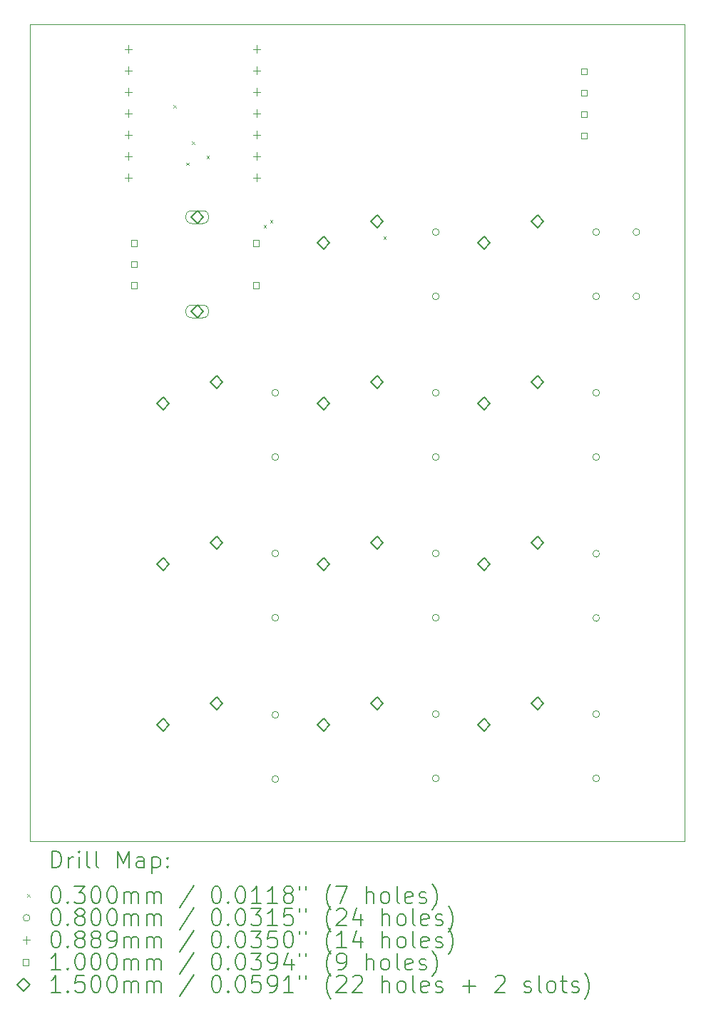
<source format=gbr>
%TF.GenerationSoftware,KiCad,Pcbnew,9.0.2*%
%TF.CreationDate,2025-06-30T15:09:24+08:00*%
%TF.ProjectId,flamepad,666c616d-6570-4616-942e-6b696361645f,rev?*%
%TF.SameCoordinates,Original*%
%TF.FileFunction,Drillmap*%
%TF.FilePolarity,Positive*%
%FSLAX45Y45*%
G04 Gerber Fmt 4.5, Leading zero omitted, Abs format (unit mm)*
G04 Created by KiCad (PCBNEW 9.0.2) date 2025-06-30 15:09:24*
%MOMM*%
%LPD*%
G01*
G04 APERTURE LIST*
%ADD10C,0.050000*%
%ADD11C,0.200000*%
%ADD12C,0.100000*%
%ADD13C,0.150000*%
G04 APERTURE END LIST*
D10*
X9671875Y-5305000D02*
X17438125Y-5305000D01*
X17438125Y-14993125D01*
X9671875Y-14993125D01*
X9671875Y-5305000D01*
D11*
D12*
X11373000Y-6265000D02*
X11403000Y-6295000D01*
X11403000Y-6265000D02*
X11373000Y-6295000D01*
X11525000Y-6945000D02*
X11555000Y-6975000D01*
X11555000Y-6945000D02*
X11525000Y-6975000D01*
X11595000Y-6695000D02*
X11625000Y-6725000D01*
X11625000Y-6695000D02*
X11595000Y-6725000D01*
X11765000Y-6865000D02*
X11795000Y-6895000D01*
X11795000Y-6865000D02*
X11765000Y-6895000D01*
X12445000Y-7685000D02*
X12475000Y-7715000D01*
X12475000Y-7685000D02*
X12445000Y-7715000D01*
X12520632Y-7625171D02*
X12550632Y-7655171D01*
X12550632Y-7625171D02*
X12520632Y-7655171D01*
X13865000Y-7821000D02*
X13895000Y-7851000D01*
X13895000Y-7821000D02*
X13865000Y-7851000D01*
X12622500Y-9674000D02*
G75*
G02*
X12542500Y-9674000I-40000J0D01*
G01*
X12542500Y-9674000D02*
G75*
G02*
X12622500Y-9674000I40000J0D01*
G01*
X12622500Y-10436000D02*
G75*
G02*
X12542500Y-10436000I-40000J0D01*
G01*
X12542500Y-10436000D02*
G75*
G02*
X12622500Y-10436000I40000J0D01*
G01*
X12622500Y-11579000D02*
G75*
G02*
X12542500Y-11579000I-40000J0D01*
G01*
X12542500Y-11579000D02*
G75*
G02*
X12622500Y-11579000I40000J0D01*
G01*
X12622500Y-12341000D02*
G75*
G02*
X12542500Y-12341000I-40000J0D01*
G01*
X12542500Y-12341000D02*
G75*
G02*
X12622500Y-12341000I40000J0D01*
G01*
X12622500Y-13492750D02*
G75*
G02*
X12542500Y-13492750I-40000J0D01*
G01*
X12542500Y-13492750D02*
G75*
G02*
X12622500Y-13492750I40000J0D01*
G01*
X12622500Y-14254750D02*
G75*
G02*
X12542500Y-14254750I-40000J0D01*
G01*
X12542500Y-14254750D02*
G75*
G02*
X12622500Y-14254750I40000J0D01*
G01*
X14527500Y-7769000D02*
G75*
G02*
X14447500Y-7769000I-40000J0D01*
G01*
X14447500Y-7769000D02*
G75*
G02*
X14527500Y-7769000I40000J0D01*
G01*
X14527500Y-8531000D02*
G75*
G02*
X14447500Y-8531000I-40000J0D01*
G01*
X14447500Y-8531000D02*
G75*
G02*
X14527500Y-8531000I40000J0D01*
G01*
X14527500Y-9674000D02*
G75*
G02*
X14447500Y-9674000I-40000J0D01*
G01*
X14447500Y-9674000D02*
G75*
G02*
X14527500Y-9674000I40000J0D01*
G01*
X14527500Y-10436000D02*
G75*
G02*
X14447500Y-10436000I-40000J0D01*
G01*
X14447500Y-10436000D02*
G75*
G02*
X14527500Y-10436000I40000J0D01*
G01*
X14527500Y-11579000D02*
G75*
G02*
X14447500Y-11579000I-40000J0D01*
G01*
X14447500Y-11579000D02*
G75*
G02*
X14527500Y-11579000I40000J0D01*
G01*
X14527500Y-12341000D02*
G75*
G02*
X14447500Y-12341000I-40000J0D01*
G01*
X14447500Y-12341000D02*
G75*
G02*
X14527500Y-12341000I40000J0D01*
G01*
X14527500Y-13484000D02*
G75*
G02*
X14447500Y-13484000I-40000J0D01*
G01*
X14447500Y-13484000D02*
G75*
G02*
X14527500Y-13484000I40000J0D01*
G01*
X14527500Y-14246000D02*
G75*
G02*
X14447500Y-14246000I-40000J0D01*
G01*
X14447500Y-14246000D02*
G75*
G02*
X14527500Y-14246000I40000J0D01*
G01*
X16432500Y-7769000D02*
G75*
G02*
X16352500Y-7769000I-40000J0D01*
G01*
X16352500Y-7769000D02*
G75*
G02*
X16432500Y-7769000I40000J0D01*
G01*
X16432500Y-8531000D02*
G75*
G02*
X16352500Y-8531000I-40000J0D01*
G01*
X16352500Y-8531000D02*
G75*
G02*
X16432500Y-8531000I40000J0D01*
G01*
X16432500Y-9674000D02*
G75*
G02*
X16352500Y-9674000I-40000J0D01*
G01*
X16352500Y-9674000D02*
G75*
G02*
X16432500Y-9674000I40000J0D01*
G01*
X16432500Y-10436000D02*
G75*
G02*
X16352500Y-10436000I-40000J0D01*
G01*
X16352500Y-10436000D02*
G75*
G02*
X16432500Y-10436000I40000J0D01*
G01*
X16432500Y-11582750D02*
G75*
G02*
X16352500Y-11582750I-40000J0D01*
G01*
X16352500Y-11582750D02*
G75*
G02*
X16432500Y-11582750I40000J0D01*
G01*
X16432500Y-12344750D02*
G75*
G02*
X16352500Y-12344750I-40000J0D01*
G01*
X16352500Y-12344750D02*
G75*
G02*
X16432500Y-12344750I40000J0D01*
G01*
X16432500Y-13484000D02*
G75*
G02*
X16352500Y-13484000I-40000J0D01*
G01*
X16352500Y-13484000D02*
G75*
G02*
X16432500Y-13484000I40000J0D01*
G01*
X16432500Y-14246000D02*
G75*
G02*
X16352500Y-14246000I-40000J0D01*
G01*
X16352500Y-14246000D02*
G75*
G02*
X16432500Y-14246000I40000J0D01*
G01*
X16908750Y-7769000D02*
G75*
G02*
X16828750Y-7769000I-40000J0D01*
G01*
X16828750Y-7769000D02*
G75*
G02*
X16908750Y-7769000I40000J0D01*
G01*
X16908750Y-8531000D02*
G75*
G02*
X16828750Y-8531000I-40000J0D01*
G01*
X16828750Y-8531000D02*
G75*
G02*
X16908750Y-8531000I40000J0D01*
G01*
X10838000Y-5553550D02*
X10838000Y-5642450D01*
X10793550Y-5598000D02*
X10882450Y-5598000D01*
X10838000Y-5807550D02*
X10838000Y-5896450D01*
X10793550Y-5852000D02*
X10882450Y-5852000D01*
X10838000Y-6061550D02*
X10838000Y-6150450D01*
X10793550Y-6106000D02*
X10882450Y-6106000D01*
X10838000Y-6315550D02*
X10838000Y-6404450D01*
X10793550Y-6360000D02*
X10882450Y-6360000D01*
X10838000Y-6569550D02*
X10838000Y-6658450D01*
X10793550Y-6614000D02*
X10882450Y-6614000D01*
X10838000Y-6823550D02*
X10838000Y-6912450D01*
X10793550Y-6868000D02*
X10882450Y-6868000D01*
X10838000Y-7077550D02*
X10838000Y-7166450D01*
X10793550Y-7122000D02*
X10882450Y-7122000D01*
X12362000Y-5553550D02*
X12362000Y-5642450D01*
X12317550Y-5598000D02*
X12406450Y-5598000D01*
X12362000Y-5807550D02*
X12362000Y-5896450D01*
X12317550Y-5852000D02*
X12406450Y-5852000D01*
X12362000Y-6061550D02*
X12362000Y-6150450D01*
X12317550Y-6106000D02*
X12406450Y-6106000D01*
X12362000Y-6315550D02*
X12362000Y-6404450D01*
X12317550Y-6360000D02*
X12406450Y-6360000D01*
X12362000Y-6569550D02*
X12362000Y-6658450D01*
X12317550Y-6614000D02*
X12406450Y-6614000D01*
X12362000Y-6823550D02*
X12362000Y-6912450D01*
X12317550Y-6868000D02*
X12406450Y-6868000D01*
X12362000Y-7077550D02*
X12362000Y-7166450D01*
X12317550Y-7122000D02*
X12406450Y-7122000D01*
X10940356Y-7935356D02*
X10940356Y-7864644D01*
X10869644Y-7864644D01*
X10869644Y-7935356D01*
X10940356Y-7935356D01*
X10940356Y-8185356D02*
X10940356Y-8114644D01*
X10869644Y-8114644D01*
X10869644Y-8185356D01*
X10940356Y-8185356D01*
X10940356Y-8435356D02*
X10940356Y-8364644D01*
X10869644Y-8364644D01*
X10869644Y-8435356D01*
X10940356Y-8435356D01*
X12390356Y-7935356D02*
X12390356Y-7864644D01*
X12319644Y-7864644D01*
X12319644Y-7935356D01*
X12390356Y-7935356D01*
X12390356Y-8435356D02*
X12390356Y-8364644D01*
X12319644Y-8364644D01*
X12319644Y-8435356D01*
X12390356Y-8435356D01*
X16285356Y-5897356D02*
X16285356Y-5826644D01*
X16214644Y-5826644D01*
X16214644Y-5897356D01*
X16285356Y-5897356D01*
X16285356Y-6151356D02*
X16285356Y-6080644D01*
X16214644Y-6080644D01*
X16214644Y-6151356D01*
X16285356Y-6151356D01*
X16285356Y-6405356D02*
X16285356Y-6334644D01*
X16214644Y-6334644D01*
X16214644Y-6405356D01*
X16285356Y-6405356D01*
X16285356Y-6659356D02*
X16285356Y-6588644D01*
X16214644Y-6588644D01*
X16214644Y-6659356D01*
X16285356Y-6659356D01*
D13*
X11249000Y-9876000D02*
X11324000Y-9801000D01*
X11249000Y-9726000D01*
X11174000Y-9801000D01*
X11249000Y-9876000D01*
X11249000Y-11781000D02*
X11324000Y-11706000D01*
X11249000Y-11631000D01*
X11174000Y-11706000D01*
X11249000Y-11781000D01*
X11249000Y-13686000D02*
X11324000Y-13611000D01*
X11249000Y-13536000D01*
X11174000Y-13611000D01*
X11249000Y-13686000D01*
X11655000Y-7665000D02*
X11730000Y-7590000D01*
X11655000Y-7515000D01*
X11580000Y-7590000D01*
X11655000Y-7665000D01*
D12*
X11590000Y-7665000D02*
X11720000Y-7665000D01*
X11720000Y-7515000D02*
G75*
G02*
X11720000Y-7665000I0J-75000D01*
G01*
X11720000Y-7515000D02*
X11590000Y-7515000D01*
X11590000Y-7515000D02*
G75*
G03*
X11590000Y-7665000I0J-75000D01*
G01*
D13*
X11655000Y-8785000D02*
X11730000Y-8710000D01*
X11655000Y-8635000D01*
X11580000Y-8710000D01*
X11655000Y-8785000D01*
D12*
X11590000Y-8785000D02*
X11720000Y-8785000D01*
X11720000Y-8635000D02*
G75*
G02*
X11720000Y-8785000I0J-75000D01*
G01*
X11720000Y-8635000D02*
X11590000Y-8635000D01*
X11590000Y-8635000D02*
G75*
G03*
X11590000Y-8785000I0J-75000D01*
G01*
D13*
X11884000Y-9622000D02*
X11959000Y-9547000D01*
X11884000Y-9472000D01*
X11809000Y-9547000D01*
X11884000Y-9622000D01*
X11884000Y-11527000D02*
X11959000Y-11452000D01*
X11884000Y-11377000D01*
X11809000Y-11452000D01*
X11884000Y-11527000D01*
X11884000Y-13432000D02*
X11959000Y-13357000D01*
X11884000Y-13282000D01*
X11809000Y-13357000D01*
X11884000Y-13432000D01*
X13154000Y-7971000D02*
X13229000Y-7896000D01*
X13154000Y-7821000D01*
X13079000Y-7896000D01*
X13154000Y-7971000D01*
X13154000Y-9876000D02*
X13229000Y-9801000D01*
X13154000Y-9726000D01*
X13079000Y-9801000D01*
X13154000Y-9876000D01*
X13154000Y-11781000D02*
X13229000Y-11706000D01*
X13154000Y-11631000D01*
X13079000Y-11706000D01*
X13154000Y-11781000D01*
X13154000Y-13686000D02*
X13229000Y-13611000D01*
X13154000Y-13536000D01*
X13079000Y-13611000D01*
X13154000Y-13686000D01*
X13789000Y-7717000D02*
X13864000Y-7642000D01*
X13789000Y-7567000D01*
X13714000Y-7642000D01*
X13789000Y-7717000D01*
X13789000Y-9622000D02*
X13864000Y-9547000D01*
X13789000Y-9472000D01*
X13714000Y-9547000D01*
X13789000Y-9622000D01*
X13789000Y-11527000D02*
X13864000Y-11452000D01*
X13789000Y-11377000D01*
X13714000Y-11452000D01*
X13789000Y-11527000D01*
X13789000Y-13432000D02*
X13864000Y-13357000D01*
X13789000Y-13282000D01*
X13714000Y-13357000D01*
X13789000Y-13432000D01*
X15059000Y-7971000D02*
X15134000Y-7896000D01*
X15059000Y-7821000D01*
X14984000Y-7896000D01*
X15059000Y-7971000D01*
X15059000Y-9876000D02*
X15134000Y-9801000D01*
X15059000Y-9726000D01*
X14984000Y-9801000D01*
X15059000Y-9876000D01*
X15059000Y-11781000D02*
X15134000Y-11706000D01*
X15059000Y-11631000D01*
X14984000Y-11706000D01*
X15059000Y-11781000D01*
X15059000Y-13686000D02*
X15134000Y-13611000D01*
X15059000Y-13536000D01*
X14984000Y-13611000D01*
X15059000Y-13686000D01*
X15694000Y-7717000D02*
X15769000Y-7642000D01*
X15694000Y-7567000D01*
X15619000Y-7642000D01*
X15694000Y-7717000D01*
X15694000Y-9622000D02*
X15769000Y-9547000D01*
X15694000Y-9472000D01*
X15619000Y-9547000D01*
X15694000Y-9622000D01*
X15694000Y-11527000D02*
X15769000Y-11452000D01*
X15694000Y-11377000D01*
X15619000Y-11452000D01*
X15694000Y-11527000D01*
X15694000Y-13432000D02*
X15769000Y-13357000D01*
X15694000Y-13282000D01*
X15619000Y-13357000D01*
X15694000Y-13432000D01*
D11*
X9930152Y-15307109D02*
X9930152Y-15107109D01*
X9930152Y-15107109D02*
X9977771Y-15107109D01*
X9977771Y-15107109D02*
X10006342Y-15116633D01*
X10006342Y-15116633D02*
X10025390Y-15135680D01*
X10025390Y-15135680D02*
X10034914Y-15154728D01*
X10034914Y-15154728D02*
X10044438Y-15192823D01*
X10044438Y-15192823D02*
X10044438Y-15221394D01*
X10044438Y-15221394D02*
X10034914Y-15259490D01*
X10034914Y-15259490D02*
X10025390Y-15278537D01*
X10025390Y-15278537D02*
X10006342Y-15297585D01*
X10006342Y-15297585D02*
X9977771Y-15307109D01*
X9977771Y-15307109D02*
X9930152Y-15307109D01*
X10130152Y-15307109D02*
X10130152Y-15173775D01*
X10130152Y-15211871D02*
X10139676Y-15192823D01*
X10139676Y-15192823D02*
X10149199Y-15183299D01*
X10149199Y-15183299D02*
X10168247Y-15173775D01*
X10168247Y-15173775D02*
X10187295Y-15173775D01*
X10253961Y-15307109D02*
X10253961Y-15173775D01*
X10253961Y-15107109D02*
X10244438Y-15116633D01*
X10244438Y-15116633D02*
X10253961Y-15126156D01*
X10253961Y-15126156D02*
X10263485Y-15116633D01*
X10263485Y-15116633D02*
X10253961Y-15107109D01*
X10253961Y-15107109D02*
X10253961Y-15126156D01*
X10377771Y-15307109D02*
X10358723Y-15297585D01*
X10358723Y-15297585D02*
X10349199Y-15278537D01*
X10349199Y-15278537D02*
X10349199Y-15107109D01*
X10482533Y-15307109D02*
X10463485Y-15297585D01*
X10463485Y-15297585D02*
X10453961Y-15278537D01*
X10453961Y-15278537D02*
X10453961Y-15107109D01*
X10711104Y-15307109D02*
X10711104Y-15107109D01*
X10711104Y-15107109D02*
X10777771Y-15249966D01*
X10777771Y-15249966D02*
X10844438Y-15107109D01*
X10844438Y-15107109D02*
X10844438Y-15307109D01*
X11025390Y-15307109D02*
X11025390Y-15202347D01*
X11025390Y-15202347D02*
X11015866Y-15183299D01*
X11015866Y-15183299D02*
X10996819Y-15173775D01*
X10996819Y-15173775D02*
X10958723Y-15173775D01*
X10958723Y-15173775D02*
X10939676Y-15183299D01*
X11025390Y-15297585D02*
X11006342Y-15307109D01*
X11006342Y-15307109D02*
X10958723Y-15307109D01*
X10958723Y-15307109D02*
X10939676Y-15297585D01*
X10939676Y-15297585D02*
X10930152Y-15278537D01*
X10930152Y-15278537D02*
X10930152Y-15259490D01*
X10930152Y-15259490D02*
X10939676Y-15240442D01*
X10939676Y-15240442D02*
X10958723Y-15230918D01*
X10958723Y-15230918D02*
X11006342Y-15230918D01*
X11006342Y-15230918D02*
X11025390Y-15221394D01*
X11120628Y-15173775D02*
X11120628Y-15373775D01*
X11120628Y-15183299D02*
X11139676Y-15173775D01*
X11139676Y-15173775D02*
X11177771Y-15173775D01*
X11177771Y-15173775D02*
X11196818Y-15183299D01*
X11196818Y-15183299D02*
X11206342Y-15192823D01*
X11206342Y-15192823D02*
X11215866Y-15211871D01*
X11215866Y-15211871D02*
X11215866Y-15269013D01*
X11215866Y-15269013D02*
X11206342Y-15288061D01*
X11206342Y-15288061D02*
X11196818Y-15297585D01*
X11196818Y-15297585D02*
X11177771Y-15307109D01*
X11177771Y-15307109D02*
X11139676Y-15307109D01*
X11139676Y-15307109D02*
X11120628Y-15297585D01*
X11301580Y-15288061D02*
X11311104Y-15297585D01*
X11311104Y-15297585D02*
X11301580Y-15307109D01*
X11301580Y-15307109D02*
X11292057Y-15297585D01*
X11292057Y-15297585D02*
X11301580Y-15288061D01*
X11301580Y-15288061D02*
X11301580Y-15307109D01*
X11301580Y-15183299D02*
X11311104Y-15192823D01*
X11311104Y-15192823D02*
X11301580Y-15202347D01*
X11301580Y-15202347D02*
X11292057Y-15192823D01*
X11292057Y-15192823D02*
X11301580Y-15183299D01*
X11301580Y-15183299D02*
X11301580Y-15202347D01*
D12*
X9639375Y-15620625D02*
X9669375Y-15650625D01*
X9669375Y-15620625D02*
X9639375Y-15650625D01*
D11*
X9968247Y-15527109D02*
X9987295Y-15527109D01*
X9987295Y-15527109D02*
X10006342Y-15536633D01*
X10006342Y-15536633D02*
X10015866Y-15546156D01*
X10015866Y-15546156D02*
X10025390Y-15565204D01*
X10025390Y-15565204D02*
X10034914Y-15603299D01*
X10034914Y-15603299D02*
X10034914Y-15650918D01*
X10034914Y-15650918D02*
X10025390Y-15689013D01*
X10025390Y-15689013D02*
X10015866Y-15708061D01*
X10015866Y-15708061D02*
X10006342Y-15717585D01*
X10006342Y-15717585D02*
X9987295Y-15727109D01*
X9987295Y-15727109D02*
X9968247Y-15727109D01*
X9968247Y-15727109D02*
X9949199Y-15717585D01*
X9949199Y-15717585D02*
X9939676Y-15708061D01*
X9939676Y-15708061D02*
X9930152Y-15689013D01*
X9930152Y-15689013D02*
X9920628Y-15650918D01*
X9920628Y-15650918D02*
X9920628Y-15603299D01*
X9920628Y-15603299D02*
X9930152Y-15565204D01*
X9930152Y-15565204D02*
X9939676Y-15546156D01*
X9939676Y-15546156D02*
X9949199Y-15536633D01*
X9949199Y-15536633D02*
X9968247Y-15527109D01*
X10120628Y-15708061D02*
X10130152Y-15717585D01*
X10130152Y-15717585D02*
X10120628Y-15727109D01*
X10120628Y-15727109D02*
X10111104Y-15717585D01*
X10111104Y-15717585D02*
X10120628Y-15708061D01*
X10120628Y-15708061D02*
X10120628Y-15727109D01*
X10196819Y-15527109D02*
X10320628Y-15527109D01*
X10320628Y-15527109D02*
X10253961Y-15603299D01*
X10253961Y-15603299D02*
X10282533Y-15603299D01*
X10282533Y-15603299D02*
X10301580Y-15612823D01*
X10301580Y-15612823D02*
X10311104Y-15622347D01*
X10311104Y-15622347D02*
X10320628Y-15641394D01*
X10320628Y-15641394D02*
X10320628Y-15689013D01*
X10320628Y-15689013D02*
X10311104Y-15708061D01*
X10311104Y-15708061D02*
X10301580Y-15717585D01*
X10301580Y-15717585D02*
X10282533Y-15727109D01*
X10282533Y-15727109D02*
X10225390Y-15727109D01*
X10225390Y-15727109D02*
X10206342Y-15717585D01*
X10206342Y-15717585D02*
X10196819Y-15708061D01*
X10444438Y-15527109D02*
X10463485Y-15527109D01*
X10463485Y-15527109D02*
X10482533Y-15536633D01*
X10482533Y-15536633D02*
X10492057Y-15546156D01*
X10492057Y-15546156D02*
X10501580Y-15565204D01*
X10501580Y-15565204D02*
X10511104Y-15603299D01*
X10511104Y-15603299D02*
X10511104Y-15650918D01*
X10511104Y-15650918D02*
X10501580Y-15689013D01*
X10501580Y-15689013D02*
X10492057Y-15708061D01*
X10492057Y-15708061D02*
X10482533Y-15717585D01*
X10482533Y-15717585D02*
X10463485Y-15727109D01*
X10463485Y-15727109D02*
X10444438Y-15727109D01*
X10444438Y-15727109D02*
X10425390Y-15717585D01*
X10425390Y-15717585D02*
X10415866Y-15708061D01*
X10415866Y-15708061D02*
X10406342Y-15689013D01*
X10406342Y-15689013D02*
X10396819Y-15650918D01*
X10396819Y-15650918D02*
X10396819Y-15603299D01*
X10396819Y-15603299D02*
X10406342Y-15565204D01*
X10406342Y-15565204D02*
X10415866Y-15546156D01*
X10415866Y-15546156D02*
X10425390Y-15536633D01*
X10425390Y-15536633D02*
X10444438Y-15527109D01*
X10634914Y-15527109D02*
X10653961Y-15527109D01*
X10653961Y-15527109D02*
X10673009Y-15536633D01*
X10673009Y-15536633D02*
X10682533Y-15546156D01*
X10682533Y-15546156D02*
X10692057Y-15565204D01*
X10692057Y-15565204D02*
X10701580Y-15603299D01*
X10701580Y-15603299D02*
X10701580Y-15650918D01*
X10701580Y-15650918D02*
X10692057Y-15689013D01*
X10692057Y-15689013D02*
X10682533Y-15708061D01*
X10682533Y-15708061D02*
X10673009Y-15717585D01*
X10673009Y-15717585D02*
X10653961Y-15727109D01*
X10653961Y-15727109D02*
X10634914Y-15727109D01*
X10634914Y-15727109D02*
X10615866Y-15717585D01*
X10615866Y-15717585D02*
X10606342Y-15708061D01*
X10606342Y-15708061D02*
X10596819Y-15689013D01*
X10596819Y-15689013D02*
X10587295Y-15650918D01*
X10587295Y-15650918D02*
X10587295Y-15603299D01*
X10587295Y-15603299D02*
X10596819Y-15565204D01*
X10596819Y-15565204D02*
X10606342Y-15546156D01*
X10606342Y-15546156D02*
X10615866Y-15536633D01*
X10615866Y-15536633D02*
X10634914Y-15527109D01*
X10787295Y-15727109D02*
X10787295Y-15593775D01*
X10787295Y-15612823D02*
X10796819Y-15603299D01*
X10796819Y-15603299D02*
X10815866Y-15593775D01*
X10815866Y-15593775D02*
X10844438Y-15593775D01*
X10844438Y-15593775D02*
X10863485Y-15603299D01*
X10863485Y-15603299D02*
X10873009Y-15622347D01*
X10873009Y-15622347D02*
X10873009Y-15727109D01*
X10873009Y-15622347D02*
X10882533Y-15603299D01*
X10882533Y-15603299D02*
X10901580Y-15593775D01*
X10901580Y-15593775D02*
X10930152Y-15593775D01*
X10930152Y-15593775D02*
X10949200Y-15603299D01*
X10949200Y-15603299D02*
X10958723Y-15622347D01*
X10958723Y-15622347D02*
X10958723Y-15727109D01*
X11053961Y-15727109D02*
X11053961Y-15593775D01*
X11053961Y-15612823D02*
X11063485Y-15603299D01*
X11063485Y-15603299D02*
X11082533Y-15593775D01*
X11082533Y-15593775D02*
X11111104Y-15593775D01*
X11111104Y-15593775D02*
X11130152Y-15603299D01*
X11130152Y-15603299D02*
X11139676Y-15622347D01*
X11139676Y-15622347D02*
X11139676Y-15727109D01*
X11139676Y-15622347D02*
X11149200Y-15603299D01*
X11149200Y-15603299D02*
X11168247Y-15593775D01*
X11168247Y-15593775D02*
X11196818Y-15593775D01*
X11196818Y-15593775D02*
X11215866Y-15603299D01*
X11215866Y-15603299D02*
X11225390Y-15622347D01*
X11225390Y-15622347D02*
X11225390Y-15727109D01*
X11615866Y-15517585D02*
X11444438Y-15774728D01*
X11873009Y-15527109D02*
X11892057Y-15527109D01*
X11892057Y-15527109D02*
X11911104Y-15536633D01*
X11911104Y-15536633D02*
X11920628Y-15546156D01*
X11920628Y-15546156D02*
X11930152Y-15565204D01*
X11930152Y-15565204D02*
X11939676Y-15603299D01*
X11939676Y-15603299D02*
X11939676Y-15650918D01*
X11939676Y-15650918D02*
X11930152Y-15689013D01*
X11930152Y-15689013D02*
X11920628Y-15708061D01*
X11920628Y-15708061D02*
X11911104Y-15717585D01*
X11911104Y-15717585D02*
X11892057Y-15727109D01*
X11892057Y-15727109D02*
X11873009Y-15727109D01*
X11873009Y-15727109D02*
X11853961Y-15717585D01*
X11853961Y-15717585D02*
X11844438Y-15708061D01*
X11844438Y-15708061D02*
X11834914Y-15689013D01*
X11834914Y-15689013D02*
X11825390Y-15650918D01*
X11825390Y-15650918D02*
X11825390Y-15603299D01*
X11825390Y-15603299D02*
X11834914Y-15565204D01*
X11834914Y-15565204D02*
X11844438Y-15546156D01*
X11844438Y-15546156D02*
X11853961Y-15536633D01*
X11853961Y-15536633D02*
X11873009Y-15527109D01*
X12025390Y-15708061D02*
X12034914Y-15717585D01*
X12034914Y-15717585D02*
X12025390Y-15727109D01*
X12025390Y-15727109D02*
X12015866Y-15717585D01*
X12015866Y-15717585D02*
X12025390Y-15708061D01*
X12025390Y-15708061D02*
X12025390Y-15727109D01*
X12158723Y-15527109D02*
X12177771Y-15527109D01*
X12177771Y-15527109D02*
X12196819Y-15536633D01*
X12196819Y-15536633D02*
X12206342Y-15546156D01*
X12206342Y-15546156D02*
X12215866Y-15565204D01*
X12215866Y-15565204D02*
X12225390Y-15603299D01*
X12225390Y-15603299D02*
X12225390Y-15650918D01*
X12225390Y-15650918D02*
X12215866Y-15689013D01*
X12215866Y-15689013D02*
X12206342Y-15708061D01*
X12206342Y-15708061D02*
X12196819Y-15717585D01*
X12196819Y-15717585D02*
X12177771Y-15727109D01*
X12177771Y-15727109D02*
X12158723Y-15727109D01*
X12158723Y-15727109D02*
X12139676Y-15717585D01*
X12139676Y-15717585D02*
X12130152Y-15708061D01*
X12130152Y-15708061D02*
X12120628Y-15689013D01*
X12120628Y-15689013D02*
X12111104Y-15650918D01*
X12111104Y-15650918D02*
X12111104Y-15603299D01*
X12111104Y-15603299D02*
X12120628Y-15565204D01*
X12120628Y-15565204D02*
X12130152Y-15546156D01*
X12130152Y-15546156D02*
X12139676Y-15536633D01*
X12139676Y-15536633D02*
X12158723Y-15527109D01*
X12415866Y-15727109D02*
X12301581Y-15727109D01*
X12358723Y-15727109D02*
X12358723Y-15527109D01*
X12358723Y-15527109D02*
X12339676Y-15555680D01*
X12339676Y-15555680D02*
X12320628Y-15574728D01*
X12320628Y-15574728D02*
X12301581Y-15584252D01*
X12606342Y-15727109D02*
X12492057Y-15727109D01*
X12549200Y-15727109D02*
X12549200Y-15527109D01*
X12549200Y-15527109D02*
X12530152Y-15555680D01*
X12530152Y-15555680D02*
X12511104Y-15574728D01*
X12511104Y-15574728D02*
X12492057Y-15584252D01*
X12720628Y-15612823D02*
X12701581Y-15603299D01*
X12701581Y-15603299D02*
X12692057Y-15593775D01*
X12692057Y-15593775D02*
X12682533Y-15574728D01*
X12682533Y-15574728D02*
X12682533Y-15565204D01*
X12682533Y-15565204D02*
X12692057Y-15546156D01*
X12692057Y-15546156D02*
X12701581Y-15536633D01*
X12701581Y-15536633D02*
X12720628Y-15527109D01*
X12720628Y-15527109D02*
X12758723Y-15527109D01*
X12758723Y-15527109D02*
X12777771Y-15536633D01*
X12777771Y-15536633D02*
X12787295Y-15546156D01*
X12787295Y-15546156D02*
X12796819Y-15565204D01*
X12796819Y-15565204D02*
X12796819Y-15574728D01*
X12796819Y-15574728D02*
X12787295Y-15593775D01*
X12787295Y-15593775D02*
X12777771Y-15603299D01*
X12777771Y-15603299D02*
X12758723Y-15612823D01*
X12758723Y-15612823D02*
X12720628Y-15612823D01*
X12720628Y-15612823D02*
X12701581Y-15622347D01*
X12701581Y-15622347D02*
X12692057Y-15631871D01*
X12692057Y-15631871D02*
X12682533Y-15650918D01*
X12682533Y-15650918D02*
X12682533Y-15689013D01*
X12682533Y-15689013D02*
X12692057Y-15708061D01*
X12692057Y-15708061D02*
X12701581Y-15717585D01*
X12701581Y-15717585D02*
X12720628Y-15727109D01*
X12720628Y-15727109D02*
X12758723Y-15727109D01*
X12758723Y-15727109D02*
X12777771Y-15717585D01*
X12777771Y-15717585D02*
X12787295Y-15708061D01*
X12787295Y-15708061D02*
X12796819Y-15689013D01*
X12796819Y-15689013D02*
X12796819Y-15650918D01*
X12796819Y-15650918D02*
X12787295Y-15631871D01*
X12787295Y-15631871D02*
X12777771Y-15622347D01*
X12777771Y-15622347D02*
X12758723Y-15612823D01*
X12873009Y-15527109D02*
X12873009Y-15565204D01*
X12949200Y-15527109D02*
X12949200Y-15565204D01*
X13244438Y-15803299D02*
X13234914Y-15793775D01*
X13234914Y-15793775D02*
X13215866Y-15765204D01*
X13215866Y-15765204D02*
X13206343Y-15746156D01*
X13206343Y-15746156D02*
X13196819Y-15717585D01*
X13196819Y-15717585D02*
X13187295Y-15669966D01*
X13187295Y-15669966D02*
X13187295Y-15631871D01*
X13187295Y-15631871D02*
X13196819Y-15584252D01*
X13196819Y-15584252D02*
X13206343Y-15555680D01*
X13206343Y-15555680D02*
X13215866Y-15536633D01*
X13215866Y-15536633D02*
X13234914Y-15508061D01*
X13234914Y-15508061D02*
X13244438Y-15498537D01*
X13301581Y-15527109D02*
X13434914Y-15527109D01*
X13434914Y-15527109D02*
X13349200Y-15727109D01*
X13663485Y-15727109D02*
X13663485Y-15527109D01*
X13749200Y-15727109D02*
X13749200Y-15622347D01*
X13749200Y-15622347D02*
X13739676Y-15603299D01*
X13739676Y-15603299D02*
X13720628Y-15593775D01*
X13720628Y-15593775D02*
X13692057Y-15593775D01*
X13692057Y-15593775D02*
X13673009Y-15603299D01*
X13673009Y-15603299D02*
X13663485Y-15612823D01*
X13873009Y-15727109D02*
X13853962Y-15717585D01*
X13853962Y-15717585D02*
X13844438Y-15708061D01*
X13844438Y-15708061D02*
X13834914Y-15689013D01*
X13834914Y-15689013D02*
X13834914Y-15631871D01*
X13834914Y-15631871D02*
X13844438Y-15612823D01*
X13844438Y-15612823D02*
X13853962Y-15603299D01*
X13853962Y-15603299D02*
X13873009Y-15593775D01*
X13873009Y-15593775D02*
X13901581Y-15593775D01*
X13901581Y-15593775D02*
X13920628Y-15603299D01*
X13920628Y-15603299D02*
X13930152Y-15612823D01*
X13930152Y-15612823D02*
X13939676Y-15631871D01*
X13939676Y-15631871D02*
X13939676Y-15689013D01*
X13939676Y-15689013D02*
X13930152Y-15708061D01*
X13930152Y-15708061D02*
X13920628Y-15717585D01*
X13920628Y-15717585D02*
X13901581Y-15727109D01*
X13901581Y-15727109D02*
X13873009Y-15727109D01*
X14053962Y-15727109D02*
X14034914Y-15717585D01*
X14034914Y-15717585D02*
X14025390Y-15698537D01*
X14025390Y-15698537D02*
X14025390Y-15527109D01*
X14206343Y-15717585D02*
X14187295Y-15727109D01*
X14187295Y-15727109D02*
X14149200Y-15727109D01*
X14149200Y-15727109D02*
X14130152Y-15717585D01*
X14130152Y-15717585D02*
X14120628Y-15698537D01*
X14120628Y-15698537D02*
X14120628Y-15622347D01*
X14120628Y-15622347D02*
X14130152Y-15603299D01*
X14130152Y-15603299D02*
X14149200Y-15593775D01*
X14149200Y-15593775D02*
X14187295Y-15593775D01*
X14187295Y-15593775D02*
X14206343Y-15603299D01*
X14206343Y-15603299D02*
X14215866Y-15622347D01*
X14215866Y-15622347D02*
X14215866Y-15641394D01*
X14215866Y-15641394D02*
X14120628Y-15660442D01*
X14292057Y-15717585D02*
X14311105Y-15727109D01*
X14311105Y-15727109D02*
X14349200Y-15727109D01*
X14349200Y-15727109D02*
X14368247Y-15717585D01*
X14368247Y-15717585D02*
X14377771Y-15698537D01*
X14377771Y-15698537D02*
X14377771Y-15689013D01*
X14377771Y-15689013D02*
X14368247Y-15669966D01*
X14368247Y-15669966D02*
X14349200Y-15660442D01*
X14349200Y-15660442D02*
X14320628Y-15660442D01*
X14320628Y-15660442D02*
X14301581Y-15650918D01*
X14301581Y-15650918D02*
X14292057Y-15631871D01*
X14292057Y-15631871D02*
X14292057Y-15622347D01*
X14292057Y-15622347D02*
X14301581Y-15603299D01*
X14301581Y-15603299D02*
X14320628Y-15593775D01*
X14320628Y-15593775D02*
X14349200Y-15593775D01*
X14349200Y-15593775D02*
X14368247Y-15603299D01*
X14444438Y-15803299D02*
X14453962Y-15793775D01*
X14453962Y-15793775D02*
X14473009Y-15765204D01*
X14473009Y-15765204D02*
X14482533Y-15746156D01*
X14482533Y-15746156D02*
X14492057Y-15717585D01*
X14492057Y-15717585D02*
X14501581Y-15669966D01*
X14501581Y-15669966D02*
X14501581Y-15631871D01*
X14501581Y-15631871D02*
X14492057Y-15584252D01*
X14492057Y-15584252D02*
X14482533Y-15555680D01*
X14482533Y-15555680D02*
X14473009Y-15536633D01*
X14473009Y-15536633D02*
X14453962Y-15508061D01*
X14453962Y-15508061D02*
X14444438Y-15498537D01*
D12*
X9669375Y-15899625D02*
G75*
G02*
X9589375Y-15899625I-40000J0D01*
G01*
X9589375Y-15899625D02*
G75*
G02*
X9669375Y-15899625I40000J0D01*
G01*
D11*
X9968247Y-15791109D02*
X9987295Y-15791109D01*
X9987295Y-15791109D02*
X10006342Y-15800633D01*
X10006342Y-15800633D02*
X10015866Y-15810156D01*
X10015866Y-15810156D02*
X10025390Y-15829204D01*
X10025390Y-15829204D02*
X10034914Y-15867299D01*
X10034914Y-15867299D02*
X10034914Y-15914918D01*
X10034914Y-15914918D02*
X10025390Y-15953013D01*
X10025390Y-15953013D02*
X10015866Y-15972061D01*
X10015866Y-15972061D02*
X10006342Y-15981585D01*
X10006342Y-15981585D02*
X9987295Y-15991109D01*
X9987295Y-15991109D02*
X9968247Y-15991109D01*
X9968247Y-15991109D02*
X9949199Y-15981585D01*
X9949199Y-15981585D02*
X9939676Y-15972061D01*
X9939676Y-15972061D02*
X9930152Y-15953013D01*
X9930152Y-15953013D02*
X9920628Y-15914918D01*
X9920628Y-15914918D02*
X9920628Y-15867299D01*
X9920628Y-15867299D02*
X9930152Y-15829204D01*
X9930152Y-15829204D02*
X9939676Y-15810156D01*
X9939676Y-15810156D02*
X9949199Y-15800633D01*
X9949199Y-15800633D02*
X9968247Y-15791109D01*
X10120628Y-15972061D02*
X10130152Y-15981585D01*
X10130152Y-15981585D02*
X10120628Y-15991109D01*
X10120628Y-15991109D02*
X10111104Y-15981585D01*
X10111104Y-15981585D02*
X10120628Y-15972061D01*
X10120628Y-15972061D02*
X10120628Y-15991109D01*
X10244438Y-15876823D02*
X10225390Y-15867299D01*
X10225390Y-15867299D02*
X10215866Y-15857775D01*
X10215866Y-15857775D02*
X10206342Y-15838728D01*
X10206342Y-15838728D02*
X10206342Y-15829204D01*
X10206342Y-15829204D02*
X10215866Y-15810156D01*
X10215866Y-15810156D02*
X10225390Y-15800633D01*
X10225390Y-15800633D02*
X10244438Y-15791109D01*
X10244438Y-15791109D02*
X10282533Y-15791109D01*
X10282533Y-15791109D02*
X10301580Y-15800633D01*
X10301580Y-15800633D02*
X10311104Y-15810156D01*
X10311104Y-15810156D02*
X10320628Y-15829204D01*
X10320628Y-15829204D02*
X10320628Y-15838728D01*
X10320628Y-15838728D02*
X10311104Y-15857775D01*
X10311104Y-15857775D02*
X10301580Y-15867299D01*
X10301580Y-15867299D02*
X10282533Y-15876823D01*
X10282533Y-15876823D02*
X10244438Y-15876823D01*
X10244438Y-15876823D02*
X10225390Y-15886347D01*
X10225390Y-15886347D02*
X10215866Y-15895871D01*
X10215866Y-15895871D02*
X10206342Y-15914918D01*
X10206342Y-15914918D02*
X10206342Y-15953013D01*
X10206342Y-15953013D02*
X10215866Y-15972061D01*
X10215866Y-15972061D02*
X10225390Y-15981585D01*
X10225390Y-15981585D02*
X10244438Y-15991109D01*
X10244438Y-15991109D02*
X10282533Y-15991109D01*
X10282533Y-15991109D02*
X10301580Y-15981585D01*
X10301580Y-15981585D02*
X10311104Y-15972061D01*
X10311104Y-15972061D02*
X10320628Y-15953013D01*
X10320628Y-15953013D02*
X10320628Y-15914918D01*
X10320628Y-15914918D02*
X10311104Y-15895871D01*
X10311104Y-15895871D02*
X10301580Y-15886347D01*
X10301580Y-15886347D02*
X10282533Y-15876823D01*
X10444438Y-15791109D02*
X10463485Y-15791109D01*
X10463485Y-15791109D02*
X10482533Y-15800633D01*
X10482533Y-15800633D02*
X10492057Y-15810156D01*
X10492057Y-15810156D02*
X10501580Y-15829204D01*
X10501580Y-15829204D02*
X10511104Y-15867299D01*
X10511104Y-15867299D02*
X10511104Y-15914918D01*
X10511104Y-15914918D02*
X10501580Y-15953013D01*
X10501580Y-15953013D02*
X10492057Y-15972061D01*
X10492057Y-15972061D02*
X10482533Y-15981585D01*
X10482533Y-15981585D02*
X10463485Y-15991109D01*
X10463485Y-15991109D02*
X10444438Y-15991109D01*
X10444438Y-15991109D02*
X10425390Y-15981585D01*
X10425390Y-15981585D02*
X10415866Y-15972061D01*
X10415866Y-15972061D02*
X10406342Y-15953013D01*
X10406342Y-15953013D02*
X10396819Y-15914918D01*
X10396819Y-15914918D02*
X10396819Y-15867299D01*
X10396819Y-15867299D02*
X10406342Y-15829204D01*
X10406342Y-15829204D02*
X10415866Y-15810156D01*
X10415866Y-15810156D02*
X10425390Y-15800633D01*
X10425390Y-15800633D02*
X10444438Y-15791109D01*
X10634914Y-15791109D02*
X10653961Y-15791109D01*
X10653961Y-15791109D02*
X10673009Y-15800633D01*
X10673009Y-15800633D02*
X10682533Y-15810156D01*
X10682533Y-15810156D02*
X10692057Y-15829204D01*
X10692057Y-15829204D02*
X10701580Y-15867299D01*
X10701580Y-15867299D02*
X10701580Y-15914918D01*
X10701580Y-15914918D02*
X10692057Y-15953013D01*
X10692057Y-15953013D02*
X10682533Y-15972061D01*
X10682533Y-15972061D02*
X10673009Y-15981585D01*
X10673009Y-15981585D02*
X10653961Y-15991109D01*
X10653961Y-15991109D02*
X10634914Y-15991109D01*
X10634914Y-15991109D02*
X10615866Y-15981585D01*
X10615866Y-15981585D02*
X10606342Y-15972061D01*
X10606342Y-15972061D02*
X10596819Y-15953013D01*
X10596819Y-15953013D02*
X10587295Y-15914918D01*
X10587295Y-15914918D02*
X10587295Y-15867299D01*
X10587295Y-15867299D02*
X10596819Y-15829204D01*
X10596819Y-15829204D02*
X10606342Y-15810156D01*
X10606342Y-15810156D02*
X10615866Y-15800633D01*
X10615866Y-15800633D02*
X10634914Y-15791109D01*
X10787295Y-15991109D02*
X10787295Y-15857775D01*
X10787295Y-15876823D02*
X10796819Y-15867299D01*
X10796819Y-15867299D02*
X10815866Y-15857775D01*
X10815866Y-15857775D02*
X10844438Y-15857775D01*
X10844438Y-15857775D02*
X10863485Y-15867299D01*
X10863485Y-15867299D02*
X10873009Y-15886347D01*
X10873009Y-15886347D02*
X10873009Y-15991109D01*
X10873009Y-15886347D02*
X10882533Y-15867299D01*
X10882533Y-15867299D02*
X10901580Y-15857775D01*
X10901580Y-15857775D02*
X10930152Y-15857775D01*
X10930152Y-15857775D02*
X10949200Y-15867299D01*
X10949200Y-15867299D02*
X10958723Y-15886347D01*
X10958723Y-15886347D02*
X10958723Y-15991109D01*
X11053961Y-15991109D02*
X11053961Y-15857775D01*
X11053961Y-15876823D02*
X11063485Y-15867299D01*
X11063485Y-15867299D02*
X11082533Y-15857775D01*
X11082533Y-15857775D02*
X11111104Y-15857775D01*
X11111104Y-15857775D02*
X11130152Y-15867299D01*
X11130152Y-15867299D02*
X11139676Y-15886347D01*
X11139676Y-15886347D02*
X11139676Y-15991109D01*
X11139676Y-15886347D02*
X11149200Y-15867299D01*
X11149200Y-15867299D02*
X11168247Y-15857775D01*
X11168247Y-15857775D02*
X11196818Y-15857775D01*
X11196818Y-15857775D02*
X11215866Y-15867299D01*
X11215866Y-15867299D02*
X11225390Y-15886347D01*
X11225390Y-15886347D02*
X11225390Y-15991109D01*
X11615866Y-15781585D02*
X11444438Y-16038728D01*
X11873009Y-15791109D02*
X11892057Y-15791109D01*
X11892057Y-15791109D02*
X11911104Y-15800633D01*
X11911104Y-15800633D02*
X11920628Y-15810156D01*
X11920628Y-15810156D02*
X11930152Y-15829204D01*
X11930152Y-15829204D02*
X11939676Y-15867299D01*
X11939676Y-15867299D02*
X11939676Y-15914918D01*
X11939676Y-15914918D02*
X11930152Y-15953013D01*
X11930152Y-15953013D02*
X11920628Y-15972061D01*
X11920628Y-15972061D02*
X11911104Y-15981585D01*
X11911104Y-15981585D02*
X11892057Y-15991109D01*
X11892057Y-15991109D02*
X11873009Y-15991109D01*
X11873009Y-15991109D02*
X11853961Y-15981585D01*
X11853961Y-15981585D02*
X11844438Y-15972061D01*
X11844438Y-15972061D02*
X11834914Y-15953013D01*
X11834914Y-15953013D02*
X11825390Y-15914918D01*
X11825390Y-15914918D02*
X11825390Y-15867299D01*
X11825390Y-15867299D02*
X11834914Y-15829204D01*
X11834914Y-15829204D02*
X11844438Y-15810156D01*
X11844438Y-15810156D02*
X11853961Y-15800633D01*
X11853961Y-15800633D02*
X11873009Y-15791109D01*
X12025390Y-15972061D02*
X12034914Y-15981585D01*
X12034914Y-15981585D02*
X12025390Y-15991109D01*
X12025390Y-15991109D02*
X12015866Y-15981585D01*
X12015866Y-15981585D02*
X12025390Y-15972061D01*
X12025390Y-15972061D02*
X12025390Y-15991109D01*
X12158723Y-15791109D02*
X12177771Y-15791109D01*
X12177771Y-15791109D02*
X12196819Y-15800633D01*
X12196819Y-15800633D02*
X12206342Y-15810156D01*
X12206342Y-15810156D02*
X12215866Y-15829204D01*
X12215866Y-15829204D02*
X12225390Y-15867299D01*
X12225390Y-15867299D02*
X12225390Y-15914918D01*
X12225390Y-15914918D02*
X12215866Y-15953013D01*
X12215866Y-15953013D02*
X12206342Y-15972061D01*
X12206342Y-15972061D02*
X12196819Y-15981585D01*
X12196819Y-15981585D02*
X12177771Y-15991109D01*
X12177771Y-15991109D02*
X12158723Y-15991109D01*
X12158723Y-15991109D02*
X12139676Y-15981585D01*
X12139676Y-15981585D02*
X12130152Y-15972061D01*
X12130152Y-15972061D02*
X12120628Y-15953013D01*
X12120628Y-15953013D02*
X12111104Y-15914918D01*
X12111104Y-15914918D02*
X12111104Y-15867299D01*
X12111104Y-15867299D02*
X12120628Y-15829204D01*
X12120628Y-15829204D02*
X12130152Y-15810156D01*
X12130152Y-15810156D02*
X12139676Y-15800633D01*
X12139676Y-15800633D02*
X12158723Y-15791109D01*
X12292057Y-15791109D02*
X12415866Y-15791109D01*
X12415866Y-15791109D02*
X12349200Y-15867299D01*
X12349200Y-15867299D02*
X12377771Y-15867299D01*
X12377771Y-15867299D02*
X12396819Y-15876823D01*
X12396819Y-15876823D02*
X12406342Y-15886347D01*
X12406342Y-15886347D02*
X12415866Y-15905394D01*
X12415866Y-15905394D02*
X12415866Y-15953013D01*
X12415866Y-15953013D02*
X12406342Y-15972061D01*
X12406342Y-15972061D02*
X12396819Y-15981585D01*
X12396819Y-15981585D02*
X12377771Y-15991109D01*
X12377771Y-15991109D02*
X12320628Y-15991109D01*
X12320628Y-15991109D02*
X12301581Y-15981585D01*
X12301581Y-15981585D02*
X12292057Y-15972061D01*
X12606342Y-15991109D02*
X12492057Y-15991109D01*
X12549200Y-15991109D02*
X12549200Y-15791109D01*
X12549200Y-15791109D02*
X12530152Y-15819680D01*
X12530152Y-15819680D02*
X12511104Y-15838728D01*
X12511104Y-15838728D02*
X12492057Y-15848252D01*
X12787295Y-15791109D02*
X12692057Y-15791109D01*
X12692057Y-15791109D02*
X12682533Y-15886347D01*
X12682533Y-15886347D02*
X12692057Y-15876823D01*
X12692057Y-15876823D02*
X12711104Y-15867299D01*
X12711104Y-15867299D02*
X12758723Y-15867299D01*
X12758723Y-15867299D02*
X12777771Y-15876823D01*
X12777771Y-15876823D02*
X12787295Y-15886347D01*
X12787295Y-15886347D02*
X12796819Y-15905394D01*
X12796819Y-15905394D02*
X12796819Y-15953013D01*
X12796819Y-15953013D02*
X12787295Y-15972061D01*
X12787295Y-15972061D02*
X12777771Y-15981585D01*
X12777771Y-15981585D02*
X12758723Y-15991109D01*
X12758723Y-15991109D02*
X12711104Y-15991109D01*
X12711104Y-15991109D02*
X12692057Y-15981585D01*
X12692057Y-15981585D02*
X12682533Y-15972061D01*
X12873009Y-15791109D02*
X12873009Y-15829204D01*
X12949200Y-15791109D02*
X12949200Y-15829204D01*
X13244438Y-16067299D02*
X13234914Y-16057775D01*
X13234914Y-16057775D02*
X13215866Y-16029204D01*
X13215866Y-16029204D02*
X13206343Y-16010156D01*
X13206343Y-16010156D02*
X13196819Y-15981585D01*
X13196819Y-15981585D02*
X13187295Y-15933966D01*
X13187295Y-15933966D02*
X13187295Y-15895871D01*
X13187295Y-15895871D02*
X13196819Y-15848252D01*
X13196819Y-15848252D02*
X13206343Y-15819680D01*
X13206343Y-15819680D02*
X13215866Y-15800633D01*
X13215866Y-15800633D02*
X13234914Y-15772061D01*
X13234914Y-15772061D02*
X13244438Y-15762537D01*
X13311104Y-15810156D02*
X13320628Y-15800633D01*
X13320628Y-15800633D02*
X13339676Y-15791109D01*
X13339676Y-15791109D02*
X13387295Y-15791109D01*
X13387295Y-15791109D02*
X13406343Y-15800633D01*
X13406343Y-15800633D02*
X13415866Y-15810156D01*
X13415866Y-15810156D02*
X13425390Y-15829204D01*
X13425390Y-15829204D02*
X13425390Y-15848252D01*
X13425390Y-15848252D02*
X13415866Y-15876823D01*
X13415866Y-15876823D02*
X13301581Y-15991109D01*
X13301581Y-15991109D02*
X13425390Y-15991109D01*
X13596819Y-15857775D02*
X13596819Y-15991109D01*
X13549200Y-15781585D02*
X13501581Y-15924442D01*
X13501581Y-15924442D02*
X13625390Y-15924442D01*
X13853962Y-15991109D02*
X13853962Y-15791109D01*
X13939676Y-15991109D02*
X13939676Y-15886347D01*
X13939676Y-15886347D02*
X13930152Y-15867299D01*
X13930152Y-15867299D02*
X13911105Y-15857775D01*
X13911105Y-15857775D02*
X13882533Y-15857775D01*
X13882533Y-15857775D02*
X13863485Y-15867299D01*
X13863485Y-15867299D02*
X13853962Y-15876823D01*
X14063485Y-15991109D02*
X14044438Y-15981585D01*
X14044438Y-15981585D02*
X14034914Y-15972061D01*
X14034914Y-15972061D02*
X14025390Y-15953013D01*
X14025390Y-15953013D02*
X14025390Y-15895871D01*
X14025390Y-15895871D02*
X14034914Y-15876823D01*
X14034914Y-15876823D02*
X14044438Y-15867299D01*
X14044438Y-15867299D02*
X14063485Y-15857775D01*
X14063485Y-15857775D02*
X14092057Y-15857775D01*
X14092057Y-15857775D02*
X14111105Y-15867299D01*
X14111105Y-15867299D02*
X14120628Y-15876823D01*
X14120628Y-15876823D02*
X14130152Y-15895871D01*
X14130152Y-15895871D02*
X14130152Y-15953013D01*
X14130152Y-15953013D02*
X14120628Y-15972061D01*
X14120628Y-15972061D02*
X14111105Y-15981585D01*
X14111105Y-15981585D02*
X14092057Y-15991109D01*
X14092057Y-15991109D02*
X14063485Y-15991109D01*
X14244438Y-15991109D02*
X14225390Y-15981585D01*
X14225390Y-15981585D02*
X14215866Y-15962537D01*
X14215866Y-15962537D02*
X14215866Y-15791109D01*
X14396819Y-15981585D02*
X14377771Y-15991109D01*
X14377771Y-15991109D02*
X14339676Y-15991109D01*
X14339676Y-15991109D02*
X14320628Y-15981585D01*
X14320628Y-15981585D02*
X14311105Y-15962537D01*
X14311105Y-15962537D02*
X14311105Y-15886347D01*
X14311105Y-15886347D02*
X14320628Y-15867299D01*
X14320628Y-15867299D02*
X14339676Y-15857775D01*
X14339676Y-15857775D02*
X14377771Y-15857775D01*
X14377771Y-15857775D02*
X14396819Y-15867299D01*
X14396819Y-15867299D02*
X14406343Y-15886347D01*
X14406343Y-15886347D02*
X14406343Y-15905394D01*
X14406343Y-15905394D02*
X14311105Y-15924442D01*
X14482533Y-15981585D02*
X14501581Y-15991109D01*
X14501581Y-15991109D02*
X14539676Y-15991109D01*
X14539676Y-15991109D02*
X14558724Y-15981585D01*
X14558724Y-15981585D02*
X14568247Y-15962537D01*
X14568247Y-15962537D02*
X14568247Y-15953013D01*
X14568247Y-15953013D02*
X14558724Y-15933966D01*
X14558724Y-15933966D02*
X14539676Y-15924442D01*
X14539676Y-15924442D02*
X14511105Y-15924442D01*
X14511105Y-15924442D02*
X14492057Y-15914918D01*
X14492057Y-15914918D02*
X14482533Y-15895871D01*
X14482533Y-15895871D02*
X14482533Y-15886347D01*
X14482533Y-15886347D02*
X14492057Y-15867299D01*
X14492057Y-15867299D02*
X14511105Y-15857775D01*
X14511105Y-15857775D02*
X14539676Y-15857775D01*
X14539676Y-15857775D02*
X14558724Y-15867299D01*
X14634914Y-16067299D02*
X14644438Y-16057775D01*
X14644438Y-16057775D02*
X14663486Y-16029204D01*
X14663486Y-16029204D02*
X14673009Y-16010156D01*
X14673009Y-16010156D02*
X14682533Y-15981585D01*
X14682533Y-15981585D02*
X14692057Y-15933966D01*
X14692057Y-15933966D02*
X14692057Y-15895871D01*
X14692057Y-15895871D02*
X14682533Y-15848252D01*
X14682533Y-15848252D02*
X14673009Y-15819680D01*
X14673009Y-15819680D02*
X14663486Y-15800633D01*
X14663486Y-15800633D02*
X14644438Y-15772061D01*
X14644438Y-15772061D02*
X14634914Y-15762537D01*
D12*
X9624925Y-16119175D02*
X9624925Y-16208075D01*
X9580475Y-16163625D02*
X9669375Y-16163625D01*
D11*
X9968247Y-16055109D02*
X9987295Y-16055109D01*
X9987295Y-16055109D02*
X10006342Y-16064633D01*
X10006342Y-16064633D02*
X10015866Y-16074156D01*
X10015866Y-16074156D02*
X10025390Y-16093204D01*
X10025390Y-16093204D02*
X10034914Y-16131299D01*
X10034914Y-16131299D02*
X10034914Y-16178918D01*
X10034914Y-16178918D02*
X10025390Y-16217013D01*
X10025390Y-16217013D02*
X10015866Y-16236061D01*
X10015866Y-16236061D02*
X10006342Y-16245585D01*
X10006342Y-16245585D02*
X9987295Y-16255109D01*
X9987295Y-16255109D02*
X9968247Y-16255109D01*
X9968247Y-16255109D02*
X9949199Y-16245585D01*
X9949199Y-16245585D02*
X9939676Y-16236061D01*
X9939676Y-16236061D02*
X9930152Y-16217013D01*
X9930152Y-16217013D02*
X9920628Y-16178918D01*
X9920628Y-16178918D02*
X9920628Y-16131299D01*
X9920628Y-16131299D02*
X9930152Y-16093204D01*
X9930152Y-16093204D02*
X9939676Y-16074156D01*
X9939676Y-16074156D02*
X9949199Y-16064633D01*
X9949199Y-16064633D02*
X9968247Y-16055109D01*
X10120628Y-16236061D02*
X10130152Y-16245585D01*
X10130152Y-16245585D02*
X10120628Y-16255109D01*
X10120628Y-16255109D02*
X10111104Y-16245585D01*
X10111104Y-16245585D02*
X10120628Y-16236061D01*
X10120628Y-16236061D02*
X10120628Y-16255109D01*
X10244438Y-16140823D02*
X10225390Y-16131299D01*
X10225390Y-16131299D02*
X10215866Y-16121775D01*
X10215866Y-16121775D02*
X10206342Y-16102728D01*
X10206342Y-16102728D02*
X10206342Y-16093204D01*
X10206342Y-16093204D02*
X10215866Y-16074156D01*
X10215866Y-16074156D02*
X10225390Y-16064633D01*
X10225390Y-16064633D02*
X10244438Y-16055109D01*
X10244438Y-16055109D02*
X10282533Y-16055109D01*
X10282533Y-16055109D02*
X10301580Y-16064633D01*
X10301580Y-16064633D02*
X10311104Y-16074156D01*
X10311104Y-16074156D02*
X10320628Y-16093204D01*
X10320628Y-16093204D02*
X10320628Y-16102728D01*
X10320628Y-16102728D02*
X10311104Y-16121775D01*
X10311104Y-16121775D02*
X10301580Y-16131299D01*
X10301580Y-16131299D02*
X10282533Y-16140823D01*
X10282533Y-16140823D02*
X10244438Y-16140823D01*
X10244438Y-16140823D02*
X10225390Y-16150347D01*
X10225390Y-16150347D02*
X10215866Y-16159871D01*
X10215866Y-16159871D02*
X10206342Y-16178918D01*
X10206342Y-16178918D02*
X10206342Y-16217013D01*
X10206342Y-16217013D02*
X10215866Y-16236061D01*
X10215866Y-16236061D02*
X10225390Y-16245585D01*
X10225390Y-16245585D02*
X10244438Y-16255109D01*
X10244438Y-16255109D02*
X10282533Y-16255109D01*
X10282533Y-16255109D02*
X10301580Y-16245585D01*
X10301580Y-16245585D02*
X10311104Y-16236061D01*
X10311104Y-16236061D02*
X10320628Y-16217013D01*
X10320628Y-16217013D02*
X10320628Y-16178918D01*
X10320628Y-16178918D02*
X10311104Y-16159871D01*
X10311104Y-16159871D02*
X10301580Y-16150347D01*
X10301580Y-16150347D02*
X10282533Y-16140823D01*
X10434914Y-16140823D02*
X10415866Y-16131299D01*
X10415866Y-16131299D02*
X10406342Y-16121775D01*
X10406342Y-16121775D02*
X10396819Y-16102728D01*
X10396819Y-16102728D02*
X10396819Y-16093204D01*
X10396819Y-16093204D02*
X10406342Y-16074156D01*
X10406342Y-16074156D02*
X10415866Y-16064633D01*
X10415866Y-16064633D02*
X10434914Y-16055109D01*
X10434914Y-16055109D02*
X10473009Y-16055109D01*
X10473009Y-16055109D02*
X10492057Y-16064633D01*
X10492057Y-16064633D02*
X10501580Y-16074156D01*
X10501580Y-16074156D02*
X10511104Y-16093204D01*
X10511104Y-16093204D02*
X10511104Y-16102728D01*
X10511104Y-16102728D02*
X10501580Y-16121775D01*
X10501580Y-16121775D02*
X10492057Y-16131299D01*
X10492057Y-16131299D02*
X10473009Y-16140823D01*
X10473009Y-16140823D02*
X10434914Y-16140823D01*
X10434914Y-16140823D02*
X10415866Y-16150347D01*
X10415866Y-16150347D02*
X10406342Y-16159871D01*
X10406342Y-16159871D02*
X10396819Y-16178918D01*
X10396819Y-16178918D02*
X10396819Y-16217013D01*
X10396819Y-16217013D02*
X10406342Y-16236061D01*
X10406342Y-16236061D02*
X10415866Y-16245585D01*
X10415866Y-16245585D02*
X10434914Y-16255109D01*
X10434914Y-16255109D02*
X10473009Y-16255109D01*
X10473009Y-16255109D02*
X10492057Y-16245585D01*
X10492057Y-16245585D02*
X10501580Y-16236061D01*
X10501580Y-16236061D02*
X10511104Y-16217013D01*
X10511104Y-16217013D02*
X10511104Y-16178918D01*
X10511104Y-16178918D02*
X10501580Y-16159871D01*
X10501580Y-16159871D02*
X10492057Y-16150347D01*
X10492057Y-16150347D02*
X10473009Y-16140823D01*
X10606342Y-16255109D02*
X10644438Y-16255109D01*
X10644438Y-16255109D02*
X10663485Y-16245585D01*
X10663485Y-16245585D02*
X10673009Y-16236061D01*
X10673009Y-16236061D02*
X10692057Y-16207490D01*
X10692057Y-16207490D02*
X10701580Y-16169394D01*
X10701580Y-16169394D02*
X10701580Y-16093204D01*
X10701580Y-16093204D02*
X10692057Y-16074156D01*
X10692057Y-16074156D02*
X10682533Y-16064633D01*
X10682533Y-16064633D02*
X10663485Y-16055109D01*
X10663485Y-16055109D02*
X10625390Y-16055109D01*
X10625390Y-16055109D02*
X10606342Y-16064633D01*
X10606342Y-16064633D02*
X10596819Y-16074156D01*
X10596819Y-16074156D02*
X10587295Y-16093204D01*
X10587295Y-16093204D02*
X10587295Y-16140823D01*
X10587295Y-16140823D02*
X10596819Y-16159871D01*
X10596819Y-16159871D02*
X10606342Y-16169394D01*
X10606342Y-16169394D02*
X10625390Y-16178918D01*
X10625390Y-16178918D02*
X10663485Y-16178918D01*
X10663485Y-16178918D02*
X10682533Y-16169394D01*
X10682533Y-16169394D02*
X10692057Y-16159871D01*
X10692057Y-16159871D02*
X10701580Y-16140823D01*
X10787295Y-16255109D02*
X10787295Y-16121775D01*
X10787295Y-16140823D02*
X10796819Y-16131299D01*
X10796819Y-16131299D02*
X10815866Y-16121775D01*
X10815866Y-16121775D02*
X10844438Y-16121775D01*
X10844438Y-16121775D02*
X10863485Y-16131299D01*
X10863485Y-16131299D02*
X10873009Y-16150347D01*
X10873009Y-16150347D02*
X10873009Y-16255109D01*
X10873009Y-16150347D02*
X10882533Y-16131299D01*
X10882533Y-16131299D02*
X10901580Y-16121775D01*
X10901580Y-16121775D02*
X10930152Y-16121775D01*
X10930152Y-16121775D02*
X10949200Y-16131299D01*
X10949200Y-16131299D02*
X10958723Y-16150347D01*
X10958723Y-16150347D02*
X10958723Y-16255109D01*
X11053961Y-16255109D02*
X11053961Y-16121775D01*
X11053961Y-16140823D02*
X11063485Y-16131299D01*
X11063485Y-16131299D02*
X11082533Y-16121775D01*
X11082533Y-16121775D02*
X11111104Y-16121775D01*
X11111104Y-16121775D02*
X11130152Y-16131299D01*
X11130152Y-16131299D02*
X11139676Y-16150347D01*
X11139676Y-16150347D02*
X11139676Y-16255109D01*
X11139676Y-16150347D02*
X11149200Y-16131299D01*
X11149200Y-16131299D02*
X11168247Y-16121775D01*
X11168247Y-16121775D02*
X11196818Y-16121775D01*
X11196818Y-16121775D02*
X11215866Y-16131299D01*
X11215866Y-16131299D02*
X11225390Y-16150347D01*
X11225390Y-16150347D02*
X11225390Y-16255109D01*
X11615866Y-16045585D02*
X11444438Y-16302728D01*
X11873009Y-16055109D02*
X11892057Y-16055109D01*
X11892057Y-16055109D02*
X11911104Y-16064633D01*
X11911104Y-16064633D02*
X11920628Y-16074156D01*
X11920628Y-16074156D02*
X11930152Y-16093204D01*
X11930152Y-16093204D02*
X11939676Y-16131299D01*
X11939676Y-16131299D02*
X11939676Y-16178918D01*
X11939676Y-16178918D02*
X11930152Y-16217013D01*
X11930152Y-16217013D02*
X11920628Y-16236061D01*
X11920628Y-16236061D02*
X11911104Y-16245585D01*
X11911104Y-16245585D02*
X11892057Y-16255109D01*
X11892057Y-16255109D02*
X11873009Y-16255109D01*
X11873009Y-16255109D02*
X11853961Y-16245585D01*
X11853961Y-16245585D02*
X11844438Y-16236061D01*
X11844438Y-16236061D02*
X11834914Y-16217013D01*
X11834914Y-16217013D02*
X11825390Y-16178918D01*
X11825390Y-16178918D02*
X11825390Y-16131299D01*
X11825390Y-16131299D02*
X11834914Y-16093204D01*
X11834914Y-16093204D02*
X11844438Y-16074156D01*
X11844438Y-16074156D02*
X11853961Y-16064633D01*
X11853961Y-16064633D02*
X11873009Y-16055109D01*
X12025390Y-16236061D02*
X12034914Y-16245585D01*
X12034914Y-16245585D02*
X12025390Y-16255109D01*
X12025390Y-16255109D02*
X12015866Y-16245585D01*
X12015866Y-16245585D02*
X12025390Y-16236061D01*
X12025390Y-16236061D02*
X12025390Y-16255109D01*
X12158723Y-16055109D02*
X12177771Y-16055109D01*
X12177771Y-16055109D02*
X12196819Y-16064633D01*
X12196819Y-16064633D02*
X12206342Y-16074156D01*
X12206342Y-16074156D02*
X12215866Y-16093204D01*
X12215866Y-16093204D02*
X12225390Y-16131299D01*
X12225390Y-16131299D02*
X12225390Y-16178918D01*
X12225390Y-16178918D02*
X12215866Y-16217013D01*
X12215866Y-16217013D02*
X12206342Y-16236061D01*
X12206342Y-16236061D02*
X12196819Y-16245585D01*
X12196819Y-16245585D02*
X12177771Y-16255109D01*
X12177771Y-16255109D02*
X12158723Y-16255109D01*
X12158723Y-16255109D02*
X12139676Y-16245585D01*
X12139676Y-16245585D02*
X12130152Y-16236061D01*
X12130152Y-16236061D02*
X12120628Y-16217013D01*
X12120628Y-16217013D02*
X12111104Y-16178918D01*
X12111104Y-16178918D02*
X12111104Y-16131299D01*
X12111104Y-16131299D02*
X12120628Y-16093204D01*
X12120628Y-16093204D02*
X12130152Y-16074156D01*
X12130152Y-16074156D02*
X12139676Y-16064633D01*
X12139676Y-16064633D02*
X12158723Y-16055109D01*
X12292057Y-16055109D02*
X12415866Y-16055109D01*
X12415866Y-16055109D02*
X12349200Y-16131299D01*
X12349200Y-16131299D02*
X12377771Y-16131299D01*
X12377771Y-16131299D02*
X12396819Y-16140823D01*
X12396819Y-16140823D02*
X12406342Y-16150347D01*
X12406342Y-16150347D02*
X12415866Y-16169394D01*
X12415866Y-16169394D02*
X12415866Y-16217013D01*
X12415866Y-16217013D02*
X12406342Y-16236061D01*
X12406342Y-16236061D02*
X12396819Y-16245585D01*
X12396819Y-16245585D02*
X12377771Y-16255109D01*
X12377771Y-16255109D02*
X12320628Y-16255109D01*
X12320628Y-16255109D02*
X12301581Y-16245585D01*
X12301581Y-16245585D02*
X12292057Y-16236061D01*
X12596819Y-16055109D02*
X12501581Y-16055109D01*
X12501581Y-16055109D02*
X12492057Y-16150347D01*
X12492057Y-16150347D02*
X12501581Y-16140823D01*
X12501581Y-16140823D02*
X12520628Y-16131299D01*
X12520628Y-16131299D02*
X12568247Y-16131299D01*
X12568247Y-16131299D02*
X12587295Y-16140823D01*
X12587295Y-16140823D02*
X12596819Y-16150347D01*
X12596819Y-16150347D02*
X12606342Y-16169394D01*
X12606342Y-16169394D02*
X12606342Y-16217013D01*
X12606342Y-16217013D02*
X12596819Y-16236061D01*
X12596819Y-16236061D02*
X12587295Y-16245585D01*
X12587295Y-16245585D02*
X12568247Y-16255109D01*
X12568247Y-16255109D02*
X12520628Y-16255109D01*
X12520628Y-16255109D02*
X12501581Y-16245585D01*
X12501581Y-16245585D02*
X12492057Y-16236061D01*
X12730152Y-16055109D02*
X12749200Y-16055109D01*
X12749200Y-16055109D02*
X12768247Y-16064633D01*
X12768247Y-16064633D02*
X12777771Y-16074156D01*
X12777771Y-16074156D02*
X12787295Y-16093204D01*
X12787295Y-16093204D02*
X12796819Y-16131299D01*
X12796819Y-16131299D02*
X12796819Y-16178918D01*
X12796819Y-16178918D02*
X12787295Y-16217013D01*
X12787295Y-16217013D02*
X12777771Y-16236061D01*
X12777771Y-16236061D02*
X12768247Y-16245585D01*
X12768247Y-16245585D02*
X12749200Y-16255109D01*
X12749200Y-16255109D02*
X12730152Y-16255109D01*
X12730152Y-16255109D02*
X12711104Y-16245585D01*
X12711104Y-16245585D02*
X12701581Y-16236061D01*
X12701581Y-16236061D02*
X12692057Y-16217013D01*
X12692057Y-16217013D02*
X12682533Y-16178918D01*
X12682533Y-16178918D02*
X12682533Y-16131299D01*
X12682533Y-16131299D02*
X12692057Y-16093204D01*
X12692057Y-16093204D02*
X12701581Y-16074156D01*
X12701581Y-16074156D02*
X12711104Y-16064633D01*
X12711104Y-16064633D02*
X12730152Y-16055109D01*
X12873009Y-16055109D02*
X12873009Y-16093204D01*
X12949200Y-16055109D02*
X12949200Y-16093204D01*
X13244438Y-16331299D02*
X13234914Y-16321775D01*
X13234914Y-16321775D02*
X13215866Y-16293204D01*
X13215866Y-16293204D02*
X13206343Y-16274156D01*
X13206343Y-16274156D02*
X13196819Y-16245585D01*
X13196819Y-16245585D02*
X13187295Y-16197966D01*
X13187295Y-16197966D02*
X13187295Y-16159871D01*
X13187295Y-16159871D02*
X13196819Y-16112252D01*
X13196819Y-16112252D02*
X13206343Y-16083680D01*
X13206343Y-16083680D02*
X13215866Y-16064633D01*
X13215866Y-16064633D02*
X13234914Y-16036061D01*
X13234914Y-16036061D02*
X13244438Y-16026537D01*
X13425390Y-16255109D02*
X13311104Y-16255109D01*
X13368247Y-16255109D02*
X13368247Y-16055109D01*
X13368247Y-16055109D02*
X13349200Y-16083680D01*
X13349200Y-16083680D02*
X13330152Y-16102728D01*
X13330152Y-16102728D02*
X13311104Y-16112252D01*
X13596819Y-16121775D02*
X13596819Y-16255109D01*
X13549200Y-16045585D02*
X13501581Y-16188442D01*
X13501581Y-16188442D02*
X13625390Y-16188442D01*
X13853962Y-16255109D02*
X13853962Y-16055109D01*
X13939676Y-16255109D02*
X13939676Y-16150347D01*
X13939676Y-16150347D02*
X13930152Y-16131299D01*
X13930152Y-16131299D02*
X13911105Y-16121775D01*
X13911105Y-16121775D02*
X13882533Y-16121775D01*
X13882533Y-16121775D02*
X13863485Y-16131299D01*
X13863485Y-16131299D02*
X13853962Y-16140823D01*
X14063485Y-16255109D02*
X14044438Y-16245585D01*
X14044438Y-16245585D02*
X14034914Y-16236061D01*
X14034914Y-16236061D02*
X14025390Y-16217013D01*
X14025390Y-16217013D02*
X14025390Y-16159871D01*
X14025390Y-16159871D02*
X14034914Y-16140823D01*
X14034914Y-16140823D02*
X14044438Y-16131299D01*
X14044438Y-16131299D02*
X14063485Y-16121775D01*
X14063485Y-16121775D02*
X14092057Y-16121775D01*
X14092057Y-16121775D02*
X14111105Y-16131299D01*
X14111105Y-16131299D02*
X14120628Y-16140823D01*
X14120628Y-16140823D02*
X14130152Y-16159871D01*
X14130152Y-16159871D02*
X14130152Y-16217013D01*
X14130152Y-16217013D02*
X14120628Y-16236061D01*
X14120628Y-16236061D02*
X14111105Y-16245585D01*
X14111105Y-16245585D02*
X14092057Y-16255109D01*
X14092057Y-16255109D02*
X14063485Y-16255109D01*
X14244438Y-16255109D02*
X14225390Y-16245585D01*
X14225390Y-16245585D02*
X14215866Y-16226537D01*
X14215866Y-16226537D02*
X14215866Y-16055109D01*
X14396819Y-16245585D02*
X14377771Y-16255109D01*
X14377771Y-16255109D02*
X14339676Y-16255109D01*
X14339676Y-16255109D02*
X14320628Y-16245585D01*
X14320628Y-16245585D02*
X14311105Y-16226537D01*
X14311105Y-16226537D02*
X14311105Y-16150347D01*
X14311105Y-16150347D02*
X14320628Y-16131299D01*
X14320628Y-16131299D02*
X14339676Y-16121775D01*
X14339676Y-16121775D02*
X14377771Y-16121775D01*
X14377771Y-16121775D02*
X14396819Y-16131299D01*
X14396819Y-16131299D02*
X14406343Y-16150347D01*
X14406343Y-16150347D02*
X14406343Y-16169394D01*
X14406343Y-16169394D02*
X14311105Y-16188442D01*
X14482533Y-16245585D02*
X14501581Y-16255109D01*
X14501581Y-16255109D02*
X14539676Y-16255109D01*
X14539676Y-16255109D02*
X14558724Y-16245585D01*
X14558724Y-16245585D02*
X14568247Y-16226537D01*
X14568247Y-16226537D02*
X14568247Y-16217013D01*
X14568247Y-16217013D02*
X14558724Y-16197966D01*
X14558724Y-16197966D02*
X14539676Y-16188442D01*
X14539676Y-16188442D02*
X14511105Y-16188442D01*
X14511105Y-16188442D02*
X14492057Y-16178918D01*
X14492057Y-16178918D02*
X14482533Y-16159871D01*
X14482533Y-16159871D02*
X14482533Y-16150347D01*
X14482533Y-16150347D02*
X14492057Y-16131299D01*
X14492057Y-16131299D02*
X14511105Y-16121775D01*
X14511105Y-16121775D02*
X14539676Y-16121775D01*
X14539676Y-16121775D02*
X14558724Y-16131299D01*
X14634914Y-16331299D02*
X14644438Y-16321775D01*
X14644438Y-16321775D02*
X14663486Y-16293204D01*
X14663486Y-16293204D02*
X14673009Y-16274156D01*
X14673009Y-16274156D02*
X14682533Y-16245585D01*
X14682533Y-16245585D02*
X14692057Y-16197966D01*
X14692057Y-16197966D02*
X14692057Y-16159871D01*
X14692057Y-16159871D02*
X14682533Y-16112252D01*
X14682533Y-16112252D02*
X14673009Y-16083680D01*
X14673009Y-16083680D02*
X14663486Y-16064633D01*
X14663486Y-16064633D02*
X14644438Y-16036061D01*
X14644438Y-16036061D02*
X14634914Y-16026537D01*
D12*
X9654731Y-16462981D02*
X9654731Y-16392269D01*
X9584019Y-16392269D01*
X9584019Y-16462981D01*
X9654731Y-16462981D01*
D11*
X10034914Y-16519109D02*
X9920628Y-16519109D01*
X9977771Y-16519109D02*
X9977771Y-16319109D01*
X9977771Y-16319109D02*
X9958723Y-16347680D01*
X9958723Y-16347680D02*
X9939676Y-16366728D01*
X9939676Y-16366728D02*
X9920628Y-16376252D01*
X10120628Y-16500061D02*
X10130152Y-16509585D01*
X10130152Y-16509585D02*
X10120628Y-16519109D01*
X10120628Y-16519109D02*
X10111104Y-16509585D01*
X10111104Y-16509585D02*
X10120628Y-16500061D01*
X10120628Y-16500061D02*
X10120628Y-16519109D01*
X10253961Y-16319109D02*
X10273009Y-16319109D01*
X10273009Y-16319109D02*
X10292057Y-16328633D01*
X10292057Y-16328633D02*
X10301580Y-16338156D01*
X10301580Y-16338156D02*
X10311104Y-16357204D01*
X10311104Y-16357204D02*
X10320628Y-16395299D01*
X10320628Y-16395299D02*
X10320628Y-16442918D01*
X10320628Y-16442918D02*
X10311104Y-16481013D01*
X10311104Y-16481013D02*
X10301580Y-16500061D01*
X10301580Y-16500061D02*
X10292057Y-16509585D01*
X10292057Y-16509585D02*
X10273009Y-16519109D01*
X10273009Y-16519109D02*
X10253961Y-16519109D01*
X10253961Y-16519109D02*
X10234914Y-16509585D01*
X10234914Y-16509585D02*
X10225390Y-16500061D01*
X10225390Y-16500061D02*
X10215866Y-16481013D01*
X10215866Y-16481013D02*
X10206342Y-16442918D01*
X10206342Y-16442918D02*
X10206342Y-16395299D01*
X10206342Y-16395299D02*
X10215866Y-16357204D01*
X10215866Y-16357204D02*
X10225390Y-16338156D01*
X10225390Y-16338156D02*
X10234914Y-16328633D01*
X10234914Y-16328633D02*
X10253961Y-16319109D01*
X10444438Y-16319109D02*
X10463485Y-16319109D01*
X10463485Y-16319109D02*
X10482533Y-16328633D01*
X10482533Y-16328633D02*
X10492057Y-16338156D01*
X10492057Y-16338156D02*
X10501580Y-16357204D01*
X10501580Y-16357204D02*
X10511104Y-16395299D01*
X10511104Y-16395299D02*
X10511104Y-16442918D01*
X10511104Y-16442918D02*
X10501580Y-16481013D01*
X10501580Y-16481013D02*
X10492057Y-16500061D01*
X10492057Y-16500061D02*
X10482533Y-16509585D01*
X10482533Y-16509585D02*
X10463485Y-16519109D01*
X10463485Y-16519109D02*
X10444438Y-16519109D01*
X10444438Y-16519109D02*
X10425390Y-16509585D01*
X10425390Y-16509585D02*
X10415866Y-16500061D01*
X10415866Y-16500061D02*
X10406342Y-16481013D01*
X10406342Y-16481013D02*
X10396819Y-16442918D01*
X10396819Y-16442918D02*
X10396819Y-16395299D01*
X10396819Y-16395299D02*
X10406342Y-16357204D01*
X10406342Y-16357204D02*
X10415866Y-16338156D01*
X10415866Y-16338156D02*
X10425390Y-16328633D01*
X10425390Y-16328633D02*
X10444438Y-16319109D01*
X10634914Y-16319109D02*
X10653961Y-16319109D01*
X10653961Y-16319109D02*
X10673009Y-16328633D01*
X10673009Y-16328633D02*
X10682533Y-16338156D01*
X10682533Y-16338156D02*
X10692057Y-16357204D01*
X10692057Y-16357204D02*
X10701580Y-16395299D01*
X10701580Y-16395299D02*
X10701580Y-16442918D01*
X10701580Y-16442918D02*
X10692057Y-16481013D01*
X10692057Y-16481013D02*
X10682533Y-16500061D01*
X10682533Y-16500061D02*
X10673009Y-16509585D01*
X10673009Y-16509585D02*
X10653961Y-16519109D01*
X10653961Y-16519109D02*
X10634914Y-16519109D01*
X10634914Y-16519109D02*
X10615866Y-16509585D01*
X10615866Y-16509585D02*
X10606342Y-16500061D01*
X10606342Y-16500061D02*
X10596819Y-16481013D01*
X10596819Y-16481013D02*
X10587295Y-16442918D01*
X10587295Y-16442918D02*
X10587295Y-16395299D01*
X10587295Y-16395299D02*
X10596819Y-16357204D01*
X10596819Y-16357204D02*
X10606342Y-16338156D01*
X10606342Y-16338156D02*
X10615866Y-16328633D01*
X10615866Y-16328633D02*
X10634914Y-16319109D01*
X10787295Y-16519109D02*
X10787295Y-16385775D01*
X10787295Y-16404823D02*
X10796819Y-16395299D01*
X10796819Y-16395299D02*
X10815866Y-16385775D01*
X10815866Y-16385775D02*
X10844438Y-16385775D01*
X10844438Y-16385775D02*
X10863485Y-16395299D01*
X10863485Y-16395299D02*
X10873009Y-16414347D01*
X10873009Y-16414347D02*
X10873009Y-16519109D01*
X10873009Y-16414347D02*
X10882533Y-16395299D01*
X10882533Y-16395299D02*
X10901580Y-16385775D01*
X10901580Y-16385775D02*
X10930152Y-16385775D01*
X10930152Y-16385775D02*
X10949200Y-16395299D01*
X10949200Y-16395299D02*
X10958723Y-16414347D01*
X10958723Y-16414347D02*
X10958723Y-16519109D01*
X11053961Y-16519109D02*
X11053961Y-16385775D01*
X11053961Y-16404823D02*
X11063485Y-16395299D01*
X11063485Y-16395299D02*
X11082533Y-16385775D01*
X11082533Y-16385775D02*
X11111104Y-16385775D01*
X11111104Y-16385775D02*
X11130152Y-16395299D01*
X11130152Y-16395299D02*
X11139676Y-16414347D01*
X11139676Y-16414347D02*
X11139676Y-16519109D01*
X11139676Y-16414347D02*
X11149200Y-16395299D01*
X11149200Y-16395299D02*
X11168247Y-16385775D01*
X11168247Y-16385775D02*
X11196818Y-16385775D01*
X11196818Y-16385775D02*
X11215866Y-16395299D01*
X11215866Y-16395299D02*
X11225390Y-16414347D01*
X11225390Y-16414347D02*
X11225390Y-16519109D01*
X11615866Y-16309585D02*
X11444438Y-16566728D01*
X11873009Y-16319109D02*
X11892057Y-16319109D01*
X11892057Y-16319109D02*
X11911104Y-16328633D01*
X11911104Y-16328633D02*
X11920628Y-16338156D01*
X11920628Y-16338156D02*
X11930152Y-16357204D01*
X11930152Y-16357204D02*
X11939676Y-16395299D01*
X11939676Y-16395299D02*
X11939676Y-16442918D01*
X11939676Y-16442918D02*
X11930152Y-16481013D01*
X11930152Y-16481013D02*
X11920628Y-16500061D01*
X11920628Y-16500061D02*
X11911104Y-16509585D01*
X11911104Y-16509585D02*
X11892057Y-16519109D01*
X11892057Y-16519109D02*
X11873009Y-16519109D01*
X11873009Y-16519109D02*
X11853961Y-16509585D01*
X11853961Y-16509585D02*
X11844438Y-16500061D01*
X11844438Y-16500061D02*
X11834914Y-16481013D01*
X11834914Y-16481013D02*
X11825390Y-16442918D01*
X11825390Y-16442918D02*
X11825390Y-16395299D01*
X11825390Y-16395299D02*
X11834914Y-16357204D01*
X11834914Y-16357204D02*
X11844438Y-16338156D01*
X11844438Y-16338156D02*
X11853961Y-16328633D01*
X11853961Y-16328633D02*
X11873009Y-16319109D01*
X12025390Y-16500061D02*
X12034914Y-16509585D01*
X12034914Y-16509585D02*
X12025390Y-16519109D01*
X12025390Y-16519109D02*
X12015866Y-16509585D01*
X12015866Y-16509585D02*
X12025390Y-16500061D01*
X12025390Y-16500061D02*
X12025390Y-16519109D01*
X12158723Y-16319109D02*
X12177771Y-16319109D01*
X12177771Y-16319109D02*
X12196819Y-16328633D01*
X12196819Y-16328633D02*
X12206342Y-16338156D01*
X12206342Y-16338156D02*
X12215866Y-16357204D01*
X12215866Y-16357204D02*
X12225390Y-16395299D01*
X12225390Y-16395299D02*
X12225390Y-16442918D01*
X12225390Y-16442918D02*
X12215866Y-16481013D01*
X12215866Y-16481013D02*
X12206342Y-16500061D01*
X12206342Y-16500061D02*
X12196819Y-16509585D01*
X12196819Y-16509585D02*
X12177771Y-16519109D01*
X12177771Y-16519109D02*
X12158723Y-16519109D01*
X12158723Y-16519109D02*
X12139676Y-16509585D01*
X12139676Y-16509585D02*
X12130152Y-16500061D01*
X12130152Y-16500061D02*
X12120628Y-16481013D01*
X12120628Y-16481013D02*
X12111104Y-16442918D01*
X12111104Y-16442918D02*
X12111104Y-16395299D01*
X12111104Y-16395299D02*
X12120628Y-16357204D01*
X12120628Y-16357204D02*
X12130152Y-16338156D01*
X12130152Y-16338156D02*
X12139676Y-16328633D01*
X12139676Y-16328633D02*
X12158723Y-16319109D01*
X12292057Y-16319109D02*
X12415866Y-16319109D01*
X12415866Y-16319109D02*
X12349200Y-16395299D01*
X12349200Y-16395299D02*
X12377771Y-16395299D01*
X12377771Y-16395299D02*
X12396819Y-16404823D01*
X12396819Y-16404823D02*
X12406342Y-16414347D01*
X12406342Y-16414347D02*
X12415866Y-16433394D01*
X12415866Y-16433394D02*
X12415866Y-16481013D01*
X12415866Y-16481013D02*
X12406342Y-16500061D01*
X12406342Y-16500061D02*
X12396819Y-16509585D01*
X12396819Y-16509585D02*
X12377771Y-16519109D01*
X12377771Y-16519109D02*
X12320628Y-16519109D01*
X12320628Y-16519109D02*
X12301581Y-16509585D01*
X12301581Y-16509585D02*
X12292057Y-16500061D01*
X12511104Y-16519109D02*
X12549200Y-16519109D01*
X12549200Y-16519109D02*
X12568247Y-16509585D01*
X12568247Y-16509585D02*
X12577771Y-16500061D01*
X12577771Y-16500061D02*
X12596819Y-16471490D01*
X12596819Y-16471490D02*
X12606342Y-16433394D01*
X12606342Y-16433394D02*
X12606342Y-16357204D01*
X12606342Y-16357204D02*
X12596819Y-16338156D01*
X12596819Y-16338156D02*
X12587295Y-16328633D01*
X12587295Y-16328633D02*
X12568247Y-16319109D01*
X12568247Y-16319109D02*
X12530152Y-16319109D01*
X12530152Y-16319109D02*
X12511104Y-16328633D01*
X12511104Y-16328633D02*
X12501581Y-16338156D01*
X12501581Y-16338156D02*
X12492057Y-16357204D01*
X12492057Y-16357204D02*
X12492057Y-16404823D01*
X12492057Y-16404823D02*
X12501581Y-16423871D01*
X12501581Y-16423871D02*
X12511104Y-16433394D01*
X12511104Y-16433394D02*
X12530152Y-16442918D01*
X12530152Y-16442918D02*
X12568247Y-16442918D01*
X12568247Y-16442918D02*
X12587295Y-16433394D01*
X12587295Y-16433394D02*
X12596819Y-16423871D01*
X12596819Y-16423871D02*
X12606342Y-16404823D01*
X12777771Y-16385775D02*
X12777771Y-16519109D01*
X12730152Y-16309585D02*
X12682533Y-16452442D01*
X12682533Y-16452442D02*
X12806342Y-16452442D01*
X12873009Y-16319109D02*
X12873009Y-16357204D01*
X12949200Y-16319109D02*
X12949200Y-16357204D01*
X13244438Y-16595299D02*
X13234914Y-16585775D01*
X13234914Y-16585775D02*
X13215866Y-16557204D01*
X13215866Y-16557204D02*
X13206343Y-16538156D01*
X13206343Y-16538156D02*
X13196819Y-16509585D01*
X13196819Y-16509585D02*
X13187295Y-16461966D01*
X13187295Y-16461966D02*
X13187295Y-16423871D01*
X13187295Y-16423871D02*
X13196819Y-16376252D01*
X13196819Y-16376252D02*
X13206343Y-16347680D01*
X13206343Y-16347680D02*
X13215866Y-16328633D01*
X13215866Y-16328633D02*
X13234914Y-16300061D01*
X13234914Y-16300061D02*
X13244438Y-16290537D01*
X13330152Y-16519109D02*
X13368247Y-16519109D01*
X13368247Y-16519109D02*
X13387295Y-16509585D01*
X13387295Y-16509585D02*
X13396819Y-16500061D01*
X13396819Y-16500061D02*
X13415866Y-16471490D01*
X13415866Y-16471490D02*
X13425390Y-16433394D01*
X13425390Y-16433394D02*
X13425390Y-16357204D01*
X13425390Y-16357204D02*
X13415866Y-16338156D01*
X13415866Y-16338156D02*
X13406343Y-16328633D01*
X13406343Y-16328633D02*
X13387295Y-16319109D01*
X13387295Y-16319109D02*
X13349200Y-16319109D01*
X13349200Y-16319109D02*
X13330152Y-16328633D01*
X13330152Y-16328633D02*
X13320628Y-16338156D01*
X13320628Y-16338156D02*
X13311104Y-16357204D01*
X13311104Y-16357204D02*
X13311104Y-16404823D01*
X13311104Y-16404823D02*
X13320628Y-16423871D01*
X13320628Y-16423871D02*
X13330152Y-16433394D01*
X13330152Y-16433394D02*
X13349200Y-16442918D01*
X13349200Y-16442918D02*
X13387295Y-16442918D01*
X13387295Y-16442918D02*
X13406343Y-16433394D01*
X13406343Y-16433394D02*
X13415866Y-16423871D01*
X13415866Y-16423871D02*
X13425390Y-16404823D01*
X13663485Y-16519109D02*
X13663485Y-16319109D01*
X13749200Y-16519109D02*
X13749200Y-16414347D01*
X13749200Y-16414347D02*
X13739676Y-16395299D01*
X13739676Y-16395299D02*
X13720628Y-16385775D01*
X13720628Y-16385775D02*
X13692057Y-16385775D01*
X13692057Y-16385775D02*
X13673009Y-16395299D01*
X13673009Y-16395299D02*
X13663485Y-16404823D01*
X13873009Y-16519109D02*
X13853962Y-16509585D01*
X13853962Y-16509585D02*
X13844438Y-16500061D01*
X13844438Y-16500061D02*
X13834914Y-16481013D01*
X13834914Y-16481013D02*
X13834914Y-16423871D01*
X13834914Y-16423871D02*
X13844438Y-16404823D01*
X13844438Y-16404823D02*
X13853962Y-16395299D01*
X13853962Y-16395299D02*
X13873009Y-16385775D01*
X13873009Y-16385775D02*
X13901581Y-16385775D01*
X13901581Y-16385775D02*
X13920628Y-16395299D01*
X13920628Y-16395299D02*
X13930152Y-16404823D01*
X13930152Y-16404823D02*
X13939676Y-16423871D01*
X13939676Y-16423871D02*
X13939676Y-16481013D01*
X13939676Y-16481013D02*
X13930152Y-16500061D01*
X13930152Y-16500061D02*
X13920628Y-16509585D01*
X13920628Y-16509585D02*
X13901581Y-16519109D01*
X13901581Y-16519109D02*
X13873009Y-16519109D01*
X14053962Y-16519109D02*
X14034914Y-16509585D01*
X14034914Y-16509585D02*
X14025390Y-16490537D01*
X14025390Y-16490537D02*
X14025390Y-16319109D01*
X14206343Y-16509585D02*
X14187295Y-16519109D01*
X14187295Y-16519109D02*
X14149200Y-16519109D01*
X14149200Y-16519109D02*
X14130152Y-16509585D01*
X14130152Y-16509585D02*
X14120628Y-16490537D01*
X14120628Y-16490537D02*
X14120628Y-16414347D01*
X14120628Y-16414347D02*
X14130152Y-16395299D01*
X14130152Y-16395299D02*
X14149200Y-16385775D01*
X14149200Y-16385775D02*
X14187295Y-16385775D01*
X14187295Y-16385775D02*
X14206343Y-16395299D01*
X14206343Y-16395299D02*
X14215866Y-16414347D01*
X14215866Y-16414347D02*
X14215866Y-16433394D01*
X14215866Y-16433394D02*
X14120628Y-16452442D01*
X14292057Y-16509585D02*
X14311105Y-16519109D01*
X14311105Y-16519109D02*
X14349200Y-16519109D01*
X14349200Y-16519109D02*
X14368247Y-16509585D01*
X14368247Y-16509585D02*
X14377771Y-16490537D01*
X14377771Y-16490537D02*
X14377771Y-16481013D01*
X14377771Y-16481013D02*
X14368247Y-16461966D01*
X14368247Y-16461966D02*
X14349200Y-16452442D01*
X14349200Y-16452442D02*
X14320628Y-16452442D01*
X14320628Y-16452442D02*
X14301581Y-16442918D01*
X14301581Y-16442918D02*
X14292057Y-16423871D01*
X14292057Y-16423871D02*
X14292057Y-16414347D01*
X14292057Y-16414347D02*
X14301581Y-16395299D01*
X14301581Y-16395299D02*
X14320628Y-16385775D01*
X14320628Y-16385775D02*
X14349200Y-16385775D01*
X14349200Y-16385775D02*
X14368247Y-16395299D01*
X14444438Y-16595299D02*
X14453962Y-16585775D01*
X14453962Y-16585775D02*
X14473009Y-16557204D01*
X14473009Y-16557204D02*
X14482533Y-16538156D01*
X14482533Y-16538156D02*
X14492057Y-16509585D01*
X14492057Y-16509585D02*
X14501581Y-16461966D01*
X14501581Y-16461966D02*
X14501581Y-16423871D01*
X14501581Y-16423871D02*
X14492057Y-16376252D01*
X14492057Y-16376252D02*
X14482533Y-16347680D01*
X14482533Y-16347680D02*
X14473009Y-16328633D01*
X14473009Y-16328633D02*
X14453962Y-16300061D01*
X14453962Y-16300061D02*
X14444438Y-16290537D01*
D13*
X9594375Y-16766625D02*
X9669375Y-16691625D01*
X9594375Y-16616625D01*
X9519375Y-16691625D01*
X9594375Y-16766625D01*
D11*
X10034914Y-16783109D02*
X9920628Y-16783109D01*
X9977771Y-16783109D02*
X9977771Y-16583109D01*
X9977771Y-16583109D02*
X9958723Y-16611680D01*
X9958723Y-16611680D02*
X9939676Y-16630728D01*
X9939676Y-16630728D02*
X9920628Y-16640252D01*
X10120628Y-16764061D02*
X10130152Y-16773585D01*
X10130152Y-16773585D02*
X10120628Y-16783109D01*
X10120628Y-16783109D02*
X10111104Y-16773585D01*
X10111104Y-16773585D02*
X10120628Y-16764061D01*
X10120628Y-16764061D02*
X10120628Y-16783109D01*
X10311104Y-16583109D02*
X10215866Y-16583109D01*
X10215866Y-16583109D02*
X10206342Y-16678347D01*
X10206342Y-16678347D02*
X10215866Y-16668823D01*
X10215866Y-16668823D02*
X10234914Y-16659299D01*
X10234914Y-16659299D02*
X10282533Y-16659299D01*
X10282533Y-16659299D02*
X10301580Y-16668823D01*
X10301580Y-16668823D02*
X10311104Y-16678347D01*
X10311104Y-16678347D02*
X10320628Y-16697394D01*
X10320628Y-16697394D02*
X10320628Y-16745013D01*
X10320628Y-16745013D02*
X10311104Y-16764061D01*
X10311104Y-16764061D02*
X10301580Y-16773585D01*
X10301580Y-16773585D02*
X10282533Y-16783109D01*
X10282533Y-16783109D02*
X10234914Y-16783109D01*
X10234914Y-16783109D02*
X10215866Y-16773585D01*
X10215866Y-16773585D02*
X10206342Y-16764061D01*
X10444438Y-16583109D02*
X10463485Y-16583109D01*
X10463485Y-16583109D02*
X10482533Y-16592633D01*
X10482533Y-16592633D02*
X10492057Y-16602156D01*
X10492057Y-16602156D02*
X10501580Y-16621204D01*
X10501580Y-16621204D02*
X10511104Y-16659299D01*
X10511104Y-16659299D02*
X10511104Y-16706918D01*
X10511104Y-16706918D02*
X10501580Y-16745013D01*
X10501580Y-16745013D02*
X10492057Y-16764061D01*
X10492057Y-16764061D02*
X10482533Y-16773585D01*
X10482533Y-16773585D02*
X10463485Y-16783109D01*
X10463485Y-16783109D02*
X10444438Y-16783109D01*
X10444438Y-16783109D02*
X10425390Y-16773585D01*
X10425390Y-16773585D02*
X10415866Y-16764061D01*
X10415866Y-16764061D02*
X10406342Y-16745013D01*
X10406342Y-16745013D02*
X10396819Y-16706918D01*
X10396819Y-16706918D02*
X10396819Y-16659299D01*
X10396819Y-16659299D02*
X10406342Y-16621204D01*
X10406342Y-16621204D02*
X10415866Y-16602156D01*
X10415866Y-16602156D02*
X10425390Y-16592633D01*
X10425390Y-16592633D02*
X10444438Y-16583109D01*
X10634914Y-16583109D02*
X10653961Y-16583109D01*
X10653961Y-16583109D02*
X10673009Y-16592633D01*
X10673009Y-16592633D02*
X10682533Y-16602156D01*
X10682533Y-16602156D02*
X10692057Y-16621204D01*
X10692057Y-16621204D02*
X10701580Y-16659299D01*
X10701580Y-16659299D02*
X10701580Y-16706918D01*
X10701580Y-16706918D02*
X10692057Y-16745013D01*
X10692057Y-16745013D02*
X10682533Y-16764061D01*
X10682533Y-16764061D02*
X10673009Y-16773585D01*
X10673009Y-16773585D02*
X10653961Y-16783109D01*
X10653961Y-16783109D02*
X10634914Y-16783109D01*
X10634914Y-16783109D02*
X10615866Y-16773585D01*
X10615866Y-16773585D02*
X10606342Y-16764061D01*
X10606342Y-16764061D02*
X10596819Y-16745013D01*
X10596819Y-16745013D02*
X10587295Y-16706918D01*
X10587295Y-16706918D02*
X10587295Y-16659299D01*
X10587295Y-16659299D02*
X10596819Y-16621204D01*
X10596819Y-16621204D02*
X10606342Y-16602156D01*
X10606342Y-16602156D02*
X10615866Y-16592633D01*
X10615866Y-16592633D02*
X10634914Y-16583109D01*
X10787295Y-16783109D02*
X10787295Y-16649775D01*
X10787295Y-16668823D02*
X10796819Y-16659299D01*
X10796819Y-16659299D02*
X10815866Y-16649775D01*
X10815866Y-16649775D02*
X10844438Y-16649775D01*
X10844438Y-16649775D02*
X10863485Y-16659299D01*
X10863485Y-16659299D02*
X10873009Y-16678347D01*
X10873009Y-16678347D02*
X10873009Y-16783109D01*
X10873009Y-16678347D02*
X10882533Y-16659299D01*
X10882533Y-16659299D02*
X10901580Y-16649775D01*
X10901580Y-16649775D02*
X10930152Y-16649775D01*
X10930152Y-16649775D02*
X10949200Y-16659299D01*
X10949200Y-16659299D02*
X10958723Y-16678347D01*
X10958723Y-16678347D02*
X10958723Y-16783109D01*
X11053961Y-16783109D02*
X11053961Y-16649775D01*
X11053961Y-16668823D02*
X11063485Y-16659299D01*
X11063485Y-16659299D02*
X11082533Y-16649775D01*
X11082533Y-16649775D02*
X11111104Y-16649775D01*
X11111104Y-16649775D02*
X11130152Y-16659299D01*
X11130152Y-16659299D02*
X11139676Y-16678347D01*
X11139676Y-16678347D02*
X11139676Y-16783109D01*
X11139676Y-16678347D02*
X11149200Y-16659299D01*
X11149200Y-16659299D02*
X11168247Y-16649775D01*
X11168247Y-16649775D02*
X11196818Y-16649775D01*
X11196818Y-16649775D02*
X11215866Y-16659299D01*
X11215866Y-16659299D02*
X11225390Y-16678347D01*
X11225390Y-16678347D02*
X11225390Y-16783109D01*
X11615866Y-16573585D02*
X11444438Y-16830728D01*
X11873009Y-16583109D02*
X11892057Y-16583109D01*
X11892057Y-16583109D02*
X11911104Y-16592633D01*
X11911104Y-16592633D02*
X11920628Y-16602156D01*
X11920628Y-16602156D02*
X11930152Y-16621204D01*
X11930152Y-16621204D02*
X11939676Y-16659299D01*
X11939676Y-16659299D02*
X11939676Y-16706918D01*
X11939676Y-16706918D02*
X11930152Y-16745013D01*
X11930152Y-16745013D02*
X11920628Y-16764061D01*
X11920628Y-16764061D02*
X11911104Y-16773585D01*
X11911104Y-16773585D02*
X11892057Y-16783109D01*
X11892057Y-16783109D02*
X11873009Y-16783109D01*
X11873009Y-16783109D02*
X11853961Y-16773585D01*
X11853961Y-16773585D02*
X11844438Y-16764061D01*
X11844438Y-16764061D02*
X11834914Y-16745013D01*
X11834914Y-16745013D02*
X11825390Y-16706918D01*
X11825390Y-16706918D02*
X11825390Y-16659299D01*
X11825390Y-16659299D02*
X11834914Y-16621204D01*
X11834914Y-16621204D02*
X11844438Y-16602156D01*
X11844438Y-16602156D02*
X11853961Y-16592633D01*
X11853961Y-16592633D02*
X11873009Y-16583109D01*
X12025390Y-16764061D02*
X12034914Y-16773585D01*
X12034914Y-16773585D02*
X12025390Y-16783109D01*
X12025390Y-16783109D02*
X12015866Y-16773585D01*
X12015866Y-16773585D02*
X12025390Y-16764061D01*
X12025390Y-16764061D02*
X12025390Y-16783109D01*
X12158723Y-16583109D02*
X12177771Y-16583109D01*
X12177771Y-16583109D02*
X12196819Y-16592633D01*
X12196819Y-16592633D02*
X12206342Y-16602156D01*
X12206342Y-16602156D02*
X12215866Y-16621204D01*
X12215866Y-16621204D02*
X12225390Y-16659299D01*
X12225390Y-16659299D02*
X12225390Y-16706918D01*
X12225390Y-16706918D02*
X12215866Y-16745013D01*
X12215866Y-16745013D02*
X12206342Y-16764061D01*
X12206342Y-16764061D02*
X12196819Y-16773585D01*
X12196819Y-16773585D02*
X12177771Y-16783109D01*
X12177771Y-16783109D02*
X12158723Y-16783109D01*
X12158723Y-16783109D02*
X12139676Y-16773585D01*
X12139676Y-16773585D02*
X12130152Y-16764061D01*
X12130152Y-16764061D02*
X12120628Y-16745013D01*
X12120628Y-16745013D02*
X12111104Y-16706918D01*
X12111104Y-16706918D02*
X12111104Y-16659299D01*
X12111104Y-16659299D02*
X12120628Y-16621204D01*
X12120628Y-16621204D02*
X12130152Y-16602156D01*
X12130152Y-16602156D02*
X12139676Y-16592633D01*
X12139676Y-16592633D02*
X12158723Y-16583109D01*
X12406342Y-16583109D02*
X12311104Y-16583109D01*
X12311104Y-16583109D02*
X12301581Y-16678347D01*
X12301581Y-16678347D02*
X12311104Y-16668823D01*
X12311104Y-16668823D02*
X12330152Y-16659299D01*
X12330152Y-16659299D02*
X12377771Y-16659299D01*
X12377771Y-16659299D02*
X12396819Y-16668823D01*
X12396819Y-16668823D02*
X12406342Y-16678347D01*
X12406342Y-16678347D02*
X12415866Y-16697394D01*
X12415866Y-16697394D02*
X12415866Y-16745013D01*
X12415866Y-16745013D02*
X12406342Y-16764061D01*
X12406342Y-16764061D02*
X12396819Y-16773585D01*
X12396819Y-16773585D02*
X12377771Y-16783109D01*
X12377771Y-16783109D02*
X12330152Y-16783109D01*
X12330152Y-16783109D02*
X12311104Y-16773585D01*
X12311104Y-16773585D02*
X12301581Y-16764061D01*
X12511104Y-16783109D02*
X12549200Y-16783109D01*
X12549200Y-16783109D02*
X12568247Y-16773585D01*
X12568247Y-16773585D02*
X12577771Y-16764061D01*
X12577771Y-16764061D02*
X12596819Y-16735490D01*
X12596819Y-16735490D02*
X12606342Y-16697394D01*
X12606342Y-16697394D02*
X12606342Y-16621204D01*
X12606342Y-16621204D02*
X12596819Y-16602156D01*
X12596819Y-16602156D02*
X12587295Y-16592633D01*
X12587295Y-16592633D02*
X12568247Y-16583109D01*
X12568247Y-16583109D02*
X12530152Y-16583109D01*
X12530152Y-16583109D02*
X12511104Y-16592633D01*
X12511104Y-16592633D02*
X12501581Y-16602156D01*
X12501581Y-16602156D02*
X12492057Y-16621204D01*
X12492057Y-16621204D02*
X12492057Y-16668823D01*
X12492057Y-16668823D02*
X12501581Y-16687871D01*
X12501581Y-16687871D02*
X12511104Y-16697394D01*
X12511104Y-16697394D02*
X12530152Y-16706918D01*
X12530152Y-16706918D02*
X12568247Y-16706918D01*
X12568247Y-16706918D02*
X12587295Y-16697394D01*
X12587295Y-16697394D02*
X12596819Y-16687871D01*
X12596819Y-16687871D02*
X12606342Y-16668823D01*
X12796819Y-16783109D02*
X12682533Y-16783109D01*
X12739676Y-16783109D02*
X12739676Y-16583109D01*
X12739676Y-16583109D02*
X12720628Y-16611680D01*
X12720628Y-16611680D02*
X12701581Y-16630728D01*
X12701581Y-16630728D02*
X12682533Y-16640252D01*
X12873009Y-16583109D02*
X12873009Y-16621204D01*
X12949200Y-16583109D02*
X12949200Y-16621204D01*
X13244438Y-16859299D02*
X13234914Y-16849775D01*
X13234914Y-16849775D02*
X13215866Y-16821204D01*
X13215866Y-16821204D02*
X13206343Y-16802156D01*
X13206343Y-16802156D02*
X13196819Y-16773585D01*
X13196819Y-16773585D02*
X13187295Y-16725966D01*
X13187295Y-16725966D02*
X13187295Y-16687871D01*
X13187295Y-16687871D02*
X13196819Y-16640252D01*
X13196819Y-16640252D02*
X13206343Y-16611680D01*
X13206343Y-16611680D02*
X13215866Y-16592633D01*
X13215866Y-16592633D02*
X13234914Y-16564061D01*
X13234914Y-16564061D02*
X13244438Y-16554537D01*
X13311104Y-16602156D02*
X13320628Y-16592633D01*
X13320628Y-16592633D02*
X13339676Y-16583109D01*
X13339676Y-16583109D02*
X13387295Y-16583109D01*
X13387295Y-16583109D02*
X13406343Y-16592633D01*
X13406343Y-16592633D02*
X13415866Y-16602156D01*
X13415866Y-16602156D02*
X13425390Y-16621204D01*
X13425390Y-16621204D02*
X13425390Y-16640252D01*
X13425390Y-16640252D02*
X13415866Y-16668823D01*
X13415866Y-16668823D02*
X13301581Y-16783109D01*
X13301581Y-16783109D02*
X13425390Y-16783109D01*
X13501581Y-16602156D02*
X13511104Y-16592633D01*
X13511104Y-16592633D02*
X13530152Y-16583109D01*
X13530152Y-16583109D02*
X13577771Y-16583109D01*
X13577771Y-16583109D02*
X13596819Y-16592633D01*
X13596819Y-16592633D02*
X13606343Y-16602156D01*
X13606343Y-16602156D02*
X13615866Y-16621204D01*
X13615866Y-16621204D02*
X13615866Y-16640252D01*
X13615866Y-16640252D02*
X13606343Y-16668823D01*
X13606343Y-16668823D02*
X13492057Y-16783109D01*
X13492057Y-16783109D02*
X13615866Y-16783109D01*
X13853962Y-16783109D02*
X13853962Y-16583109D01*
X13939676Y-16783109D02*
X13939676Y-16678347D01*
X13939676Y-16678347D02*
X13930152Y-16659299D01*
X13930152Y-16659299D02*
X13911105Y-16649775D01*
X13911105Y-16649775D02*
X13882533Y-16649775D01*
X13882533Y-16649775D02*
X13863485Y-16659299D01*
X13863485Y-16659299D02*
X13853962Y-16668823D01*
X14063485Y-16783109D02*
X14044438Y-16773585D01*
X14044438Y-16773585D02*
X14034914Y-16764061D01*
X14034914Y-16764061D02*
X14025390Y-16745013D01*
X14025390Y-16745013D02*
X14025390Y-16687871D01*
X14025390Y-16687871D02*
X14034914Y-16668823D01*
X14034914Y-16668823D02*
X14044438Y-16659299D01*
X14044438Y-16659299D02*
X14063485Y-16649775D01*
X14063485Y-16649775D02*
X14092057Y-16649775D01*
X14092057Y-16649775D02*
X14111105Y-16659299D01*
X14111105Y-16659299D02*
X14120628Y-16668823D01*
X14120628Y-16668823D02*
X14130152Y-16687871D01*
X14130152Y-16687871D02*
X14130152Y-16745013D01*
X14130152Y-16745013D02*
X14120628Y-16764061D01*
X14120628Y-16764061D02*
X14111105Y-16773585D01*
X14111105Y-16773585D02*
X14092057Y-16783109D01*
X14092057Y-16783109D02*
X14063485Y-16783109D01*
X14244438Y-16783109D02*
X14225390Y-16773585D01*
X14225390Y-16773585D02*
X14215866Y-16754537D01*
X14215866Y-16754537D02*
X14215866Y-16583109D01*
X14396819Y-16773585D02*
X14377771Y-16783109D01*
X14377771Y-16783109D02*
X14339676Y-16783109D01*
X14339676Y-16783109D02*
X14320628Y-16773585D01*
X14320628Y-16773585D02*
X14311105Y-16754537D01*
X14311105Y-16754537D02*
X14311105Y-16678347D01*
X14311105Y-16678347D02*
X14320628Y-16659299D01*
X14320628Y-16659299D02*
X14339676Y-16649775D01*
X14339676Y-16649775D02*
X14377771Y-16649775D01*
X14377771Y-16649775D02*
X14396819Y-16659299D01*
X14396819Y-16659299D02*
X14406343Y-16678347D01*
X14406343Y-16678347D02*
X14406343Y-16697394D01*
X14406343Y-16697394D02*
X14311105Y-16716442D01*
X14482533Y-16773585D02*
X14501581Y-16783109D01*
X14501581Y-16783109D02*
X14539676Y-16783109D01*
X14539676Y-16783109D02*
X14558724Y-16773585D01*
X14558724Y-16773585D02*
X14568247Y-16754537D01*
X14568247Y-16754537D02*
X14568247Y-16745013D01*
X14568247Y-16745013D02*
X14558724Y-16725966D01*
X14558724Y-16725966D02*
X14539676Y-16716442D01*
X14539676Y-16716442D02*
X14511105Y-16716442D01*
X14511105Y-16716442D02*
X14492057Y-16706918D01*
X14492057Y-16706918D02*
X14482533Y-16687871D01*
X14482533Y-16687871D02*
X14482533Y-16678347D01*
X14482533Y-16678347D02*
X14492057Y-16659299D01*
X14492057Y-16659299D02*
X14511105Y-16649775D01*
X14511105Y-16649775D02*
X14539676Y-16649775D01*
X14539676Y-16649775D02*
X14558724Y-16659299D01*
X14806343Y-16706918D02*
X14958724Y-16706918D01*
X14882533Y-16783109D02*
X14882533Y-16630728D01*
X15196819Y-16602156D02*
X15206343Y-16592633D01*
X15206343Y-16592633D02*
X15225390Y-16583109D01*
X15225390Y-16583109D02*
X15273009Y-16583109D01*
X15273009Y-16583109D02*
X15292057Y-16592633D01*
X15292057Y-16592633D02*
X15301581Y-16602156D01*
X15301581Y-16602156D02*
X15311105Y-16621204D01*
X15311105Y-16621204D02*
X15311105Y-16640252D01*
X15311105Y-16640252D02*
X15301581Y-16668823D01*
X15301581Y-16668823D02*
X15187295Y-16783109D01*
X15187295Y-16783109D02*
X15311105Y-16783109D01*
X15539676Y-16773585D02*
X15558724Y-16783109D01*
X15558724Y-16783109D02*
X15596819Y-16783109D01*
X15596819Y-16783109D02*
X15615867Y-16773585D01*
X15615867Y-16773585D02*
X15625390Y-16754537D01*
X15625390Y-16754537D02*
X15625390Y-16745013D01*
X15625390Y-16745013D02*
X15615867Y-16725966D01*
X15615867Y-16725966D02*
X15596819Y-16716442D01*
X15596819Y-16716442D02*
X15568248Y-16716442D01*
X15568248Y-16716442D02*
X15549200Y-16706918D01*
X15549200Y-16706918D02*
X15539676Y-16687871D01*
X15539676Y-16687871D02*
X15539676Y-16678347D01*
X15539676Y-16678347D02*
X15549200Y-16659299D01*
X15549200Y-16659299D02*
X15568248Y-16649775D01*
X15568248Y-16649775D02*
X15596819Y-16649775D01*
X15596819Y-16649775D02*
X15615867Y-16659299D01*
X15739676Y-16783109D02*
X15720629Y-16773585D01*
X15720629Y-16773585D02*
X15711105Y-16754537D01*
X15711105Y-16754537D02*
X15711105Y-16583109D01*
X15844438Y-16783109D02*
X15825390Y-16773585D01*
X15825390Y-16773585D02*
X15815867Y-16764061D01*
X15815867Y-16764061D02*
X15806343Y-16745013D01*
X15806343Y-16745013D02*
X15806343Y-16687871D01*
X15806343Y-16687871D02*
X15815867Y-16668823D01*
X15815867Y-16668823D02*
X15825390Y-16659299D01*
X15825390Y-16659299D02*
X15844438Y-16649775D01*
X15844438Y-16649775D02*
X15873010Y-16649775D01*
X15873010Y-16649775D02*
X15892057Y-16659299D01*
X15892057Y-16659299D02*
X15901581Y-16668823D01*
X15901581Y-16668823D02*
X15911105Y-16687871D01*
X15911105Y-16687871D02*
X15911105Y-16745013D01*
X15911105Y-16745013D02*
X15901581Y-16764061D01*
X15901581Y-16764061D02*
X15892057Y-16773585D01*
X15892057Y-16773585D02*
X15873010Y-16783109D01*
X15873010Y-16783109D02*
X15844438Y-16783109D01*
X15968248Y-16649775D02*
X16044438Y-16649775D01*
X15996819Y-16583109D02*
X15996819Y-16754537D01*
X15996819Y-16754537D02*
X16006343Y-16773585D01*
X16006343Y-16773585D02*
X16025390Y-16783109D01*
X16025390Y-16783109D02*
X16044438Y-16783109D01*
X16101581Y-16773585D02*
X16120629Y-16783109D01*
X16120629Y-16783109D02*
X16158724Y-16783109D01*
X16158724Y-16783109D02*
X16177771Y-16773585D01*
X16177771Y-16773585D02*
X16187295Y-16754537D01*
X16187295Y-16754537D02*
X16187295Y-16745013D01*
X16187295Y-16745013D02*
X16177771Y-16725966D01*
X16177771Y-16725966D02*
X16158724Y-16716442D01*
X16158724Y-16716442D02*
X16130152Y-16716442D01*
X16130152Y-16716442D02*
X16111105Y-16706918D01*
X16111105Y-16706918D02*
X16101581Y-16687871D01*
X16101581Y-16687871D02*
X16101581Y-16678347D01*
X16101581Y-16678347D02*
X16111105Y-16659299D01*
X16111105Y-16659299D02*
X16130152Y-16649775D01*
X16130152Y-16649775D02*
X16158724Y-16649775D01*
X16158724Y-16649775D02*
X16177771Y-16659299D01*
X16253962Y-16859299D02*
X16263486Y-16849775D01*
X16263486Y-16849775D02*
X16282533Y-16821204D01*
X16282533Y-16821204D02*
X16292057Y-16802156D01*
X16292057Y-16802156D02*
X16301581Y-16773585D01*
X16301581Y-16773585D02*
X16311105Y-16725966D01*
X16311105Y-16725966D02*
X16311105Y-16687871D01*
X16311105Y-16687871D02*
X16301581Y-16640252D01*
X16301581Y-16640252D02*
X16292057Y-16611680D01*
X16292057Y-16611680D02*
X16282533Y-16592633D01*
X16282533Y-16592633D02*
X16263486Y-16564061D01*
X16263486Y-16564061D02*
X16253962Y-16554537D01*
M02*

</source>
